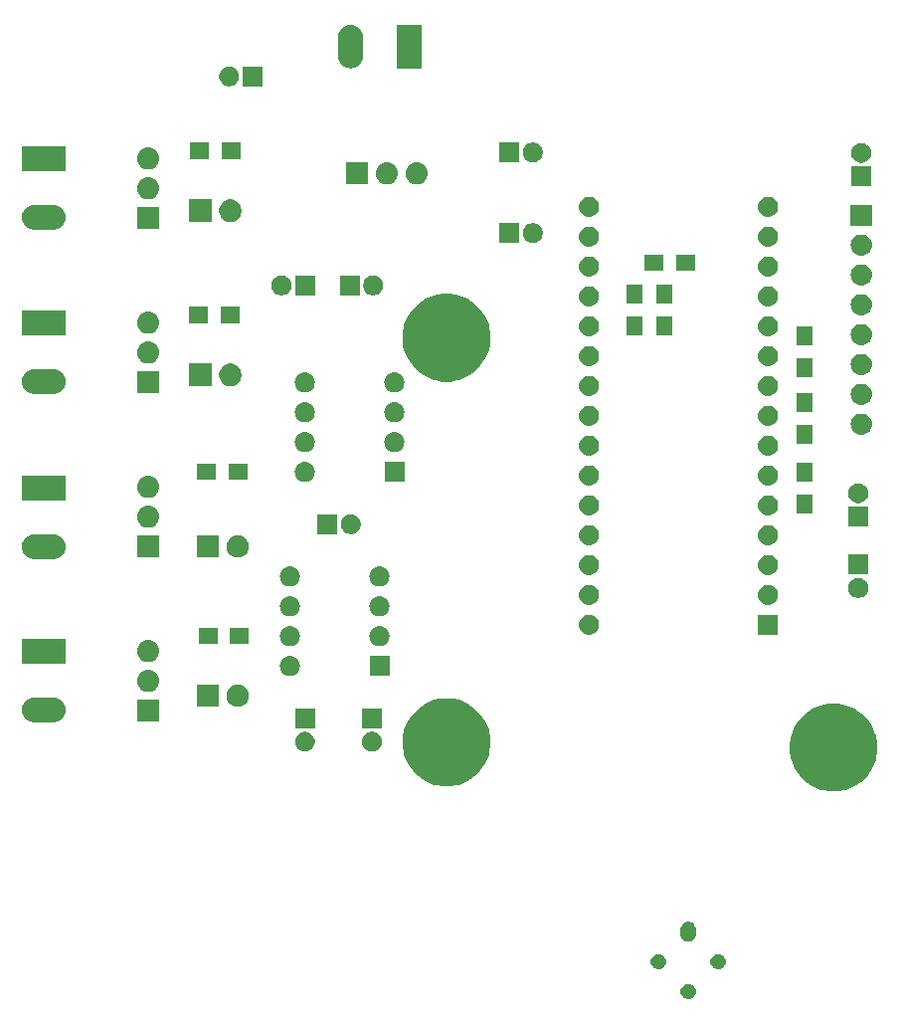
<source format=gbr>
G04 #@! TF.GenerationSoftware,KiCad,Pcbnew,(5.1.2)-1*
G04 #@! TF.CreationDate,2019-09-21T18:25:18-04:00*
G04 #@! TF.ProjectId,VAP_thermal_control,5641505f-7468-4657-926d-616c5f636f6e,rev?*
G04 #@! TF.SameCoordinates,Original*
G04 #@! TF.FileFunction,Soldermask,Top*
G04 #@! TF.FilePolarity,Negative*
%FSLAX46Y46*%
G04 Gerber Fmt 4.6, Leading zero omitted, Abs format (unit mm)*
G04 Created by KiCad (PCBNEW (5.1.2)-1) date 2019-09-21 18:25:18*
%MOMM*%
%LPD*%
G04 APERTURE LIST*
%ADD10C,0.100000*%
G04 APERTURE END LIST*
D10*
G36*
X93027855Y-145148140D02*
G01*
X93091618Y-145154420D01*
X93182404Y-145181960D01*
X93214336Y-145191646D01*
X93327425Y-145252094D01*
X93426554Y-145333446D01*
X93507906Y-145432575D01*
X93568354Y-145545664D01*
X93568355Y-145545668D01*
X93605580Y-145668382D01*
X93618149Y-145796000D01*
X93605580Y-145923618D01*
X93578040Y-146014404D01*
X93568354Y-146046336D01*
X93507906Y-146159425D01*
X93426554Y-146258554D01*
X93327425Y-146339906D01*
X93214336Y-146400354D01*
X93182404Y-146410040D01*
X93091618Y-146437580D01*
X93027855Y-146443860D01*
X92995974Y-146447000D01*
X92932026Y-146447000D01*
X92900145Y-146443860D01*
X92836382Y-146437580D01*
X92745596Y-146410040D01*
X92713664Y-146400354D01*
X92600575Y-146339906D01*
X92501446Y-146258554D01*
X92420094Y-146159425D01*
X92359646Y-146046336D01*
X92349960Y-146014404D01*
X92322420Y-145923618D01*
X92309851Y-145796000D01*
X92322420Y-145668382D01*
X92359645Y-145545668D01*
X92359646Y-145545664D01*
X92420094Y-145432575D01*
X92501446Y-145333446D01*
X92600575Y-145252094D01*
X92713664Y-145191646D01*
X92745596Y-145181960D01*
X92836382Y-145154420D01*
X92900145Y-145148140D01*
X92932026Y-145145000D01*
X92995974Y-145145000D01*
X93027855Y-145148140D01*
X93027855Y-145148140D01*
G37*
G36*
X95567855Y-142608140D02*
G01*
X95631618Y-142614420D01*
X95722404Y-142641960D01*
X95754336Y-142651646D01*
X95867425Y-142712094D01*
X95966554Y-142793446D01*
X96047906Y-142892575D01*
X96108354Y-143005664D01*
X96108355Y-143005668D01*
X96145580Y-143128382D01*
X96158149Y-143256000D01*
X96145580Y-143383618D01*
X96118040Y-143474404D01*
X96108354Y-143506336D01*
X96047906Y-143619425D01*
X95966554Y-143718554D01*
X95867425Y-143799906D01*
X95754336Y-143860354D01*
X95722404Y-143870040D01*
X95631618Y-143897580D01*
X95567855Y-143903860D01*
X95535974Y-143907000D01*
X95472026Y-143907000D01*
X95440145Y-143903860D01*
X95376382Y-143897580D01*
X95285596Y-143870040D01*
X95253664Y-143860354D01*
X95140575Y-143799906D01*
X95041446Y-143718554D01*
X94960094Y-143619425D01*
X94899646Y-143506336D01*
X94889960Y-143474404D01*
X94862420Y-143383618D01*
X94849851Y-143256000D01*
X94862420Y-143128382D01*
X94899645Y-143005668D01*
X94899646Y-143005664D01*
X94960094Y-142892575D01*
X95041446Y-142793446D01*
X95140575Y-142712094D01*
X95253664Y-142651646D01*
X95285596Y-142641960D01*
X95376382Y-142614420D01*
X95440145Y-142608140D01*
X95472026Y-142605000D01*
X95535974Y-142605000D01*
X95567855Y-142608140D01*
X95567855Y-142608140D01*
G37*
G36*
X90487855Y-142608140D02*
G01*
X90551618Y-142614420D01*
X90642404Y-142641960D01*
X90674336Y-142651646D01*
X90787425Y-142712094D01*
X90886554Y-142793446D01*
X90967906Y-142892575D01*
X91028354Y-143005664D01*
X91028355Y-143005668D01*
X91065580Y-143128382D01*
X91078149Y-143256000D01*
X91065580Y-143383618D01*
X91038040Y-143474404D01*
X91028354Y-143506336D01*
X90967906Y-143619425D01*
X90886554Y-143718554D01*
X90787425Y-143799906D01*
X90674336Y-143860354D01*
X90642404Y-143870040D01*
X90551618Y-143897580D01*
X90487855Y-143903860D01*
X90455974Y-143907000D01*
X90392026Y-143907000D01*
X90360145Y-143903860D01*
X90296382Y-143897580D01*
X90205596Y-143870040D01*
X90173664Y-143860354D01*
X90060575Y-143799906D01*
X89961446Y-143718554D01*
X89880094Y-143619425D01*
X89819646Y-143506336D01*
X89809960Y-143474404D01*
X89782420Y-143383618D01*
X89769851Y-143256000D01*
X89782420Y-143128382D01*
X89819645Y-143005668D01*
X89819646Y-143005664D01*
X89880094Y-142892575D01*
X89961446Y-142793446D01*
X90060575Y-142712094D01*
X90173664Y-142651646D01*
X90205596Y-142641960D01*
X90296382Y-142614420D01*
X90360145Y-142608140D01*
X90392026Y-142605000D01*
X90455974Y-142605000D01*
X90487855Y-142608140D01*
X90487855Y-142608140D01*
G37*
G36*
X93091618Y-139874420D02*
G01*
X93182404Y-139901960D01*
X93214336Y-139911646D01*
X93327425Y-139972094D01*
X93426554Y-140053446D01*
X93507906Y-140152575D01*
X93568354Y-140265664D01*
X93568355Y-140265668D01*
X93605580Y-140388382D01*
X93615000Y-140484028D01*
X93615000Y-140947973D01*
X93605580Y-141043618D01*
X93578040Y-141134404D01*
X93568354Y-141166336D01*
X93507906Y-141279425D01*
X93426554Y-141378553D01*
X93327424Y-141459906D01*
X93214335Y-141520354D01*
X93182403Y-141530040D01*
X93091617Y-141557580D01*
X92964000Y-141570149D01*
X92836382Y-141557580D01*
X92745596Y-141530040D01*
X92713664Y-141520354D01*
X92600575Y-141459906D01*
X92501447Y-141378554D01*
X92420094Y-141279424D01*
X92359646Y-141166335D01*
X92349960Y-141134403D01*
X92322420Y-141043617D01*
X92313000Y-140947972D01*
X92313000Y-140484027D01*
X92322420Y-140388382D01*
X92359645Y-140265668D01*
X92359646Y-140265664D01*
X92420094Y-140152575D01*
X92501447Y-140053447D01*
X92600576Y-139972094D01*
X92713665Y-139911646D01*
X92745597Y-139901960D01*
X92836383Y-139874420D01*
X92964000Y-139861851D01*
X93091618Y-139874420D01*
X93091618Y-139874420D01*
G37*
G36*
X106183301Y-121388690D02*
G01*
X106427926Y-121437349D01*
X107110565Y-121720107D01*
X107724923Y-122130608D01*
X108247392Y-122653077D01*
X108657893Y-123267435D01*
X108917418Y-123893985D01*
X108940651Y-123950075D01*
X109084800Y-124674757D01*
X109084800Y-125413643D01*
X108988701Y-125896764D01*
X108940651Y-126138326D01*
X108657893Y-126820965D01*
X108247392Y-127435323D01*
X107724923Y-127957792D01*
X107110565Y-128368293D01*
X106427926Y-128651051D01*
X106186364Y-128699101D01*
X105703243Y-128795200D01*
X104964357Y-128795200D01*
X104481236Y-128699101D01*
X104239674Y-128651051D01*
X103557035Y-128368293D01*
X102942677Y-127957792D01*
X102420208Y-127435323D01*
X102009707Y-126820965D01*
X101726949Y-126138326D01*
X101678899Y-125896764D01*
X101582800Y-125413643D01*
X101582800Y-124674757D01*
X101726949Y-123950075D01*
X101750182Y-123893985D01*
X102009707Y-123267435D01*
X102420208Y-122653077D01*
X102942677Y-122130608D01*
X103557035Y-121720107D01*
X104239674Y-121437349D01*
X104484299Y-121388690D01*
X104964357Y-121293200D01*
X105703243Y-121293200D01*
X106183301Y-121388690D01*
X106183301Y-121388690D01*
G37*
G36*
X73091220Y-120927395D02*
G01*
X73484126Y-121005549D01*
X74166765Y-121288307D01*
X74781123Y-121698808D01*
X75303592Y-122221277D01*
X75714093Y-122835635D01*
X75996851Y-123518274D01*
X75996851Y-123518275D01*
X76141000Y-124242957D01*
X76141000Y-124981843D01*
X76056629Y-125406000D01*
X75996851Y-125706526D01*
X75714093Y-126389165D01*
X75303592Y-127003523D01*
X74781123Y-127525992D01*
X74166765Y-127936493D01*
X73484126Y-128219251D01*
X73242564Y-128267301D01*
X72759443Y-128363400D01*
X72020557Y-128363400D01*
X71537436Y-128267301D01*
X71295874Y-128219251D01*
X70613235Y-127936493D01*
X69998877Y-127525992D01*
X69476408Y-127003523D01*
X69065907Y-126389165D01*
X68783149Y-125706526D01*
X68723371Y-125406000D01*
X68639000Y-124981843D01*
X68639000Y-124242957D01*
X68783149Y-123518275D01*
X68783149Y-123518274D01*
X69065907Y-122835635D01*
X69476408Y-122221277D01*
X69998877Y-121698808D01*
X70613235Y-121288307D01*
X71295874Y-121005549D01*
X71688780Y-120927395D01*
X72020557Y-120861400D01*
X72759443Y-120861400D01*
X73091220Y-120927395D01*
X73091220Y-120927395D01*
G37*
G36*
X66288228Y-123736703D02*
G01*
X66443100Y-123800853D01*
X66582481Y-123893985D01*
X66701015Y-124012519D01*
X66794147Y-124151900D01*
X66858297Y-124306772D01*
X66891000Y-124471184D01*
X66891000Y-124638816D01*
X66858297Y-124803228D01*
X66794147Y-124958100D01*
X66701015Y-125097481D01*
X66582481Y-125216015D01*
X66443100Y-125309147D01*
X66288228Y-125373297D01*
X66123816Y-125406000D01*
X65956184Y-125406000D01*
X65791772Y-125373297D01*
X65636900Y-125309147D01*
X65497519Y-125216015D01*
X65378985Y-125097481D01*
X65285853Y-124958100D01*
X65221703Y-124803228D01*
X65189000Y-124638816D01*
X65189000Y-124471184D01*
X65221703Y-124306772D01*
X65285853Y-124151900D01*
X65378985Y-124012519D01*
X65497519Y-123893985D01*
X65636900Y-123800853D01*
X65791772Y-123736703D01*
X65956184Y-123704000D01*
X66123816Y-123704000D01*
X66288228Y-123736703D01*
X66288228Y-123736703D01*
G37*
G36*
X60573228Y-123736703D02*
G01*
X60728100Y-123800853D01*
X60867481Y-123893985D01*
X60986015Y-124012519D01*
X61079147Y-124151900D01*
X61143297Y-124306772D01*
X61176000Y-124471184D01*
X61176000Y-124638816D01*
X61143297Y-124803228D01*
X61079147Y-124958100D01*
X60986015Y-125097481D01*
X60867481Y-125216015D01*
X60728100Y-125309147D01*
X60573228Y-125373297D01*
X60408816Y-125406000D01*
X60241184Y-125406000D01*
X60076772Y-125373297D01*
X59921900Y-125309147D01*
X59782519Y-125216015D01*
X59663985Y-125097481D01*
X59570853Y-124958100D01*
X59506703Y-124803228D01*
X59474000Y-124638816D01*
X59474000Y-124471184D01*
X59506703Y-124306772D01*
X59570853Y-124151900D01*
X59663985Y-124012519D01*
X59782519Y-123893985D01*
X59921900Y-123800853D01*
X60076772Y-123736703D01*
X60241184Y-123704000D01*
X60408816Y-123704000D01*
X60573228Y-123736703D01*
X60573228Y-123736703D01*
G37*
G36*
X61176000Y-123406000D02*
G01*
X59474000Y-123406000D01*
X59474000Y-121704000D01*
X61176000Y-121704000D01*
X61176000Y-123406000D01*
X61176000Y-123406000D01*
G37*
G36*
X66891000Y-123406000D02*
G01*
X65189000Y-123406000D01*
X65189000Y-121704000D01*
X66891000Y-121704000D01*
X66891000Y-123406000D01*
X66891000Y-123406000D01*
G37*
G36*
X39003097Y-120794069D02*
G01*
X39106032Y-120804207D01*
X39304146Y-120864305D01*
X39304149Y-120864306D01*
X39400975Y-120916061D01*
X39486729Y-120961897D01*
X39646765Y-121093235D01*
X39778103Y-121253271D01*
X39796830Y-121288307D01*
X39875694Y-121435851D01*
X39875695Y-121435854D01*
X39935793Y-121633968D01*
X39956085Y-121840000D01*
X39935793Y-122046032D01*
X39882632Y-122221277D01*
X39875694Y-122244149D01*
X39823939Y-122340975D01*
X39778103Y-122426729D01*
X39646765Y-122586765D01*
X39486729Y-122718103D01*
X39400975Y-122763939D01*
X39304149Y-122815694D01*
X39304146Y-122815695D01*
X39106032Y-122875793D01*
X39003097Y-122885931D01*
X38951631Y-122891000D01*
X37248369Y-122891000D01*
X37196903Y-122885931D01*
X37093968Y-122875793D01*
X36895854Y-122815695D01*
X36895851Y-122815694D01*
X36799025Y-122763939D01*
X36713271Y-122718103D01*
X36553235Y-122586765D01*
X36421897Y-122426729D01*
X36376061Y-122340975D01*
X36324306Y-122244149D01*
X36317368Y-122221277D01*
X36264207Y-122046032D01*
X36243915Y-121840000D01*
X36264207Y-121633968D01*
X36324305Y-121435854D01*
X36324306Y-121435851D01*
X36403170Y-121288307D01*
X36421897Y-121253271D01*
X36553235Y-121093235D01*
X36713271Y-120961897D01*
X36799025Y-120916061D01*
X36895851Y-120864306D01*
X36895854Y-120864305D01*
X37093968Y-120804207D01*
X37196903Y-120794069D01*
X37248369Y-120789000D01*
X38951631Y-120789000D01*
X39003097Y-120794069D01*
X39003097Y-120794069D01*
G37*
G36*
X47941000Y-122871000D02*
G01*
X46039000Y-122871000D01*
X46039000Y-120969000D01*
X47941000Y-120969000D01*
X47941000Y-122871000D01*
X47941000Y-122871000D01*
G37*
G36*
X54887395Y-119735546D02*
G01*
X55060466Y-119807234D01*
X55060467Y-119807235D01*
X55216227Y-119911310D01*
X55348690Y-120043773D01*
X55348691Y-120043775D01*
X55452766Y-120199534D01*
X55524454Y-120372605D01*
X55561000Y-120556333D01*
X55561000Y-120743667D01*
X55524454Y-120927395D01*
X55452766Y-121100466D01*
X55452765Y-121100467D01*
X55348690Y-121256227D01*
X55216227Y-121388690D01*
X55145645Y-121435851D01*
X55060466Y-121492766D01*
X54887395Y-121564454D01*
X54703667Y-121601000D01*
X54516333Y-121601000D01*
X54332605Y-121564454D01*
X54159534Y-121492766D01*
X54074355Y-121435851D01*
X54003773Y-121388690D01*
X53871310Y-121256227D01*
X53767235Y-121100467D01*
X53767234Y-121100466D01*
X53695546Y-120927395D01*
X53659000Y-120743667D01*
X53659000Y-120556333D01*
X53695546Y-120372605D01*
X53767234Y-120199534D01*
X53871309Y-120043775D01*
X53871310Y-120043773D01*
X54003773Y-119911310D01*
X54159533Y-119807235D01*
X54159534Y-119807234D01*
X54332605Y-119735546D01*
X54516333Y-119699000D01*
X54703667Y-119699000D01*
X54887395Y-119735546D01*
X54887395Y-119735546D01*
G37*
G36*
X53021000Y-121601000D02*
G01*
X51119000Y-121601000D01*
X51119000Y-119699000D01*
X53021000Y-119699000D01*
X53021000Y-121601000D01*
X53021000Y-121601000D01*
G37*
G36*
X47176425Y-118442760D02*
G01*
X47176428Y-118442761D01*
X47176429Y-118442761D01*
X47355693Y-118497140D01*
X47355696Y-118497142D01*
X47355697Y-118497142D01*
X47520903Y-118585446D01*
X47665712Y-118704288D01*
X47784554Y-118849097D01*
X47844367Y-118961000D01*
X47872860Y-119014307D01*
X47927239Y-119193571D01*
X47927240Y-119193575D01*
X47945601Y-119380000D01*
X47927240Y-119566425D01*
X47927239Y-119566428D01*
X47927239Y-119566429D01*
X47872860Y-119745693D01*
X47872858Y-119745696D01*
X47872858Y-119745697D01*
X47784554Y-119910903D01*
X47665712Y-120055712D01*
X47520903Y-120174554D01*
X47355697Y-120262858D01*
X47355693Y-120262860D01*
X47176429Y-120317239D01*
X47176428Y-120317239D01*
X47176425Y-120317240D01*
X47036718Y-120331000D01*
X46943282Y-120331000D01*
X46803575Y-120317240D01*
X46803572Y-120317239D01*
X46803571Y-120317239D01*
X46624307Y-120262860D01*
X46624303Y-120262858D01*
X46459097Y-120174554D01*
X46314288Y-120055712D01*
X46195446Y-119910903D01*
X46107142Y-119745697D01*
X46107142Y-119745696D01*
X46107140Y-119745693D01*
X46052761Y-119566429D01*
X46052761Y-119566428D01*
X46052760Y-119566425D01*
X46034399Y-119380000D01*
X46052760Y-119193575D01*
X46052761Y-119193571D01*
X46107140Y-119014307D01*
X46135633Y-118961000D01*
X46195446Y-118849097D01*
X46314288Y-118704288D01*
X46459097Y-118585446D01*
X46624303Y-118497142D01*
X46624304Y-118497142D01*
X46624307Y-118497140D01*
X46803571Y-118442761D01*
X46803572Y-118442761D01*
X46803575Y-118442760D01*
X46943282Y-118429000D01*
X47036718Y-118429000D01*
X47176425Y-118442760D01*
X47176425Y-118442760D01*
G37*
G36*
X59221823Y-117271313D02*
G01*
X59382242Y-117319976D01*
X59514906Y-117390886D01*
X59530078Y-117398996D01*
X59659659Y-117505341D01*
X59766004Y-117634922D01*
X59766005Y-117634924D01*
X59845024Y-117782758D01*
X59893687Y-117943177D01*
X59910117Y-118110000D01*
X59893687Y-118276823D01*
X59845024Y-118437242D01*
X59774114Y-118569906D01*
X59766004Y-118585078D01*
X59659659Y-118714659D01*
X59530078Y-118821004D01*
X59530076Y-118821005D01*
X59382242Y-118900024D01*
X59221823Y-118948687D01*
X59096804Y-118961000D01*
X59013196Y-118961000D01*
X58888177Y-118948687D01*
X58727758Y-118900024D01*
X58579924Y-118821005D01*
X58579922Y-118821004D01*
X58450341Y-118714659D01*
X58343996Y-118585078D01*
X58335886Y-118569906D01*
X58264976Y-118437242D01*
X58216313Y-118276823D01*
X58199883Y-118110000D01*
X58216313Y-117943177D01*
X58264976Y-117782758D01*
X58343995Y-117634924D01*
X58343996Y-117634922D01*
X58450341Y-117505341D01*
X58579922Y-117398996D01*
X58595094Y-117390886D01*
X58727758Y-117319976D01*
X58888177Y-117271313D01*
X59013196Y-117259000D01*
X59096804Y-117259000D01*
X59221823Y-117271313D01*
X59221823Y-117271313D01*
G37*
G36*
X67526000Y-118961000D02*
G01*
X65824000Y-118961000D01*
X65824000Y-117259000D01*
X67526000Y-117259000D01*
X67526000Y-118961000D01*
X67526000Y-118961000D01*
G37*
G36*
X39951000Y-117891000D02*
G01*
X36249000Y-117891000D01*
X36249000Y-115789000D01*
X39951000Y-115789000D01*
X39951000Y-117891000D01*
X39951000Y-117891000D01*
G37*
G36*
X47176425Y-115902760D02*
G01*
X47176428Y-115902761D01*
X47176429Y-115902761D01*
X47355693Y-115957140D01*
X47355696Y-115957142D01*
X47355697Y-115957142D01*
X47520903Y-116045446D01*
X47665712Y-116164288D01*
X47784554Y-116309097D01*
X47844367Y-116421000D01*
X47872860Y-116474307D01*
X47927239Y-116653571D01*
X47927240Y-116653575D01*
X47945601Y-116840000D01*
X47927240Y-117026425D01*
X47927239Y-117026428D01*
X47927239Y-117026429D01*
X47872860Y-117205693D01*
X47872858Y-117205696D01*
X47872858Y-117205697D01*
X47784554Y-117370903D01*
X47665712Y-117515712D01*
X47520903Y-117634554D01*
X47355697Y-117722858D01*
X47355693Y-117722860D01*
X47176429Y-117777239D01*
X47176428Y-117777239D01*
X47176425Y-117777240D01*
X47036718Y-117791000D01*
X46943282Y-117791000D01*
X46803575Y-117777240D01*
X46803572Y-117777239D01*
X46803571Y-117777239D01*
X46624307Y-117722860D01*
X46624303Y-117722858D01*
X46459097Y-117634554D01*
X46314288Y-117515712D01*
X46195446Y-117370903D01*
X46107142Y-117205697D01*
X46107142Y-117205696D01*
X46107140Y-117205693D01*
X46052761Y-117026429D01*
X46052761Y-117026428D01*
X46052760Y-117026425D01*
X46034399Y-116840000D01*
X46052760Y-116653575D01*
X46052761Y-116653571D01*
X46107140Y-116474307D01*
X46135633Y-116421000D01*
X46195446Y-116309097D01*
X46314288Y-116164288D01*
X46459097Y-116045446D01*
X46624303Y-115957142D01*
X46624304Y-115957142D01*
X46624307Y-115957140D01*
X46803571Y-115902761D01*
X46803572Y-115902761D01*
X46803575Y-115902760D01*
X46943282Y-115889000D01*
X47036718Y-115889000D01*
X47176425Y-115902760D01*
X47176425Y-115902760D01*
G37*
G36*
X59221823Y-114731313D02*
G01*
X59382242Y-114779976D01*
X59514906Y-114850886D01*
X59530078Y-114858996D01*
X59659659Y-114965341D01*
X59766004Y-115094922D01*
X59766005Y-115094924D01*
X59845024Y-115242758D01*
X59893687Y-115403177D01*
X59910117Y-115570000D01*
X59893687Y-115736823D01*
X59845024Y-115897242D01*
X59774114Y-116029906D01*
X59766004Y-116045078D01*
X59659659Y-116174659D01*
X59530078Y-116281004D01*
X59530076Y-116281005D01*
X59382242Y-116360024D01*
X59221823Y-116408687D01*
X59096804Y-116421000D01*
X59013196Y-116421000D01*
X58888177Y-116408687D01*
X58727758Y-116360024D01*
X58579924Y-116281005D01*
X58579922Y-116281004D01*
X58450341Y-116174659D01*
X58343996Y-116045078D01*
X58335886Y-116029906D01*
X58264976Y-115897242D01*
X58216313Y-115736823D01*
X58199883Y-115570000D01*
X58216313Y-115403177D01*
X58264976Y-115242758D01*
X58343995Y-115094924D01*
X58343996Y-115094922D01*
X58450341Y-114965341D01*
X58579922Y-114858996D01*
X58595094Y-114850886D01*
X58727758Y-114779976D01*
X58888177Y-114731313D01*
X59013196Y-114719000D01*
X59096804Y-114719000D01*
X59221823Y-114731313D01*
X59221823Y-114731313D01*
G37*
G36*
X66841823Y-114731313D02*
G01*
X67002242Y-114779976D01*
X67134906Y-114850886D01*
X67150078Y-114858996D01*
X67279659Y-114965341D01*
X67386004Y-115094922D01*
X67386005Y-115094924D01*
X67465024Y-115242758D01*
X67513687Y-115403177D01*
X67530117Y-115570000D01*
X67513687Y-115736823D01*
X67465024Y-115897242D01*
X67394114Y-116029906D01*
X67386004Y-116045078D01*
X67279659Y-116174659D01*
X67150078Y-116281004D01*
X67150076Y-116281005D01*
X67002242Y-116360024D01*
X66841823Y-116408687D01*
X66716804Y-116421000D01*
X66633196Y-116421000D01*
X66508177Y-116408687D01*
X66347758Y-116360024D01*
X66199924Y-116281005D01*
X66199922Y-116281004D01*
X66070341Y-116174659D01*
X65963996Y-116045078D01*
X65955886Y-116029906D01*
X65884976Y-115897242D01*
X65836313Y-115736823D01*
X65819883Y-115570000D01*
X65836313Y-115403177D01*
X65884976Y-115242758D01*
X65963995Y-115094924D01*
X65963996Y-115094922D01*
X66070341Y-114965341D01*
X66199922Y-114858996D01*
X66215094Y-114850886D01*
X66347758Y-114779976D01*
X66508177Y-114731313D01*
X66633196Y-114719000D01*
X66716804Y-114719000D01*
X66841823Y-114731313D01*
X66841823Y-114731313D01*
G37*
G36*
X52871000Y-116271000D02*
G01*
X51269000Y-116271000D01*
X51269000Y-114869000D01*
X52871000Y-114869000D01*
X52871000Y-116271000D01*
X52871000Y-116271000D01*
G37*
G36*
X55571000Y-116271000D02*
G01*
X53969000Y-116271000D01*
X53969000Y-114869000D01*
X55571000Y-114869000D01*
X55571000Y-116271000D01*
X55571000Y-116271000D01*
G37*
G36*
X84677703Y-113766113D02*
G01*
X84838122Y-113814776D01*
X84938980Y-113868686D01*
X84985958Y-113893796D01*
X85115539Y-114000141D01*
X85221884Y-114129722D01*
X85221885Y-114129724D01*
X85300904Y-114277558D01*
X85349567Y-114437977D01*
X85365997Y-114604800D01*
X85349567Y-114771623D01*
X85300904Y-114932042D01*
X85283105Y-114965341D01*
X85221884Y-115079878D01*
X85115539Y-115209459D01*
X84985958Y-115315804D01*
X84985956Y-115315805D01*
X84838122Y-115394824D01*
X84677703Y-115443487D01*
X84552684Y-115455800D01*
X84469076Y-115455800D01*
X84344057Y-115443487D01*
X84183638Y-115394824D01*
X84035804Y-115315805D01*
X84035802Y-115315804D01*
X83906221Y-115209459D01*
X83799876Y-115079878D01*
X83738655Y-114965341D01*
X83720856Y-114932042D01*
X83672193Y-114771623D01*
X83655763Y-114604800D01*
X83672193Y-114437977D01*
X83720856Y-114277558D01*
X83799875Y-114129724D01*
X83799876Y-114129722D01*
X83906221Y-114000141D01*
X84035802Y-113893796D01*
X84082780Y-113868686D01*
X84183638Y-113814776D01*
X84344057Y-113766113D01*
X84469076Y-113753800D01*
X84552684Y-113753800D01*
X84677703Y-113766113D01*
X84677703Y-113766113D01*
G37*
G36*
X100601880Y-115455800D02*
G01*
X98899880Y-115455800D01*
X98899880Y-113753800D01*
X100601880Y-113753800D01*
X100601880Y-115455800D01*
X100601880Y-115455800D01*
G37*
G36*
X59221823Y-112191313D02*
G01*
X59382242Y-112239976D01*
X59514906Y-112310886D01*
X59530078Y-112318996D01*
X59659659Y-112425341D01*
X59766004Y-112554922D01*
X59766005Y-112554924D01*
X59845024Y-112702758D01*
X59893687Y-112863177D01*
X59910117Y-113030000D01*
X59893687Y-113196823D01*
X59845024Y-113357242D01*
X59774114Y-113489906D01*
X59766004Y-113505078D01*
X59659659Y-113634659D01*
X59530078Y-113741004D01*
X59530076Y-113741005D01*
X59382242Y-113820024D01*
X59221823Y-113868687D01*
X59096804Y-113881000D01*
X59013196Y-113881000D01*
X58888177Y-113868687D01*
X58727758Y-113820024D01*
X58579924Y-113741005D01*
X58579922Y-113741004D01*
X58450341Y-113634659D01*
X58343996Y-113505078D01*
X58335886Y-113489906D01*
X58264976Y-113357242D01*
X58216313Y-113196823D01*
X58199883Y-113030000D01*
X58216313Y-112863177D01*
X58264976Y-112702758D01*
X58343995Y-112554924D01*
X58343996Y-112554922D01*
X58450341Y-112425341D01*
X58579922Y-112318996D01*
X58595094Y-112310886D01*
X58727758Y-112239976D01*
X58888177Y-112191313D01*
X59013196Y-112179000D01*
X59096804Y-112179000D01*
X59221823Y-112191313D01*
X59221823Y-112191313D01*
G37*
G36*
X66841823Y-112191313D02*
G01*
X67002242Y-112239976D01*
X67134906Y-112310886D01*
X67150078Y-112318996D01*
X67279659Y-112425341D01*
X67386004Y-112554922D01*
X67386005Y-112554924D01*
X67465024Y-112702758D01*
X67513687Y-112863177D01*
X67530117Y-113030000D01*
X67513687Y-113196823D01*
X67465024Y-113357242D01*
X67394114Y-113489906D01*
X67386004Y-113505078D01*
X67279659Y-113634659D01*
X67150078Y-113741004D01*
X67150076Y-113741005D01*
X67002242Y-113820024D01*
X66841823Y-113868687D01*
X66716804Y-113881000D01*
X66633196Y-113881000D01*
X66508177Y-113868687D01*
X66347758Y-113820024D01*
X66199924Y-113741005D01*
X66199922Y-113741004D01*
X66070341Y-113634659D01*
X65963996Y-113505078D01*
X65955886Y-113489906D01*
X65884976Y-113357242D01*
X65836313Y-113196823D01*
X65819883Y-113030000D01*
X65836313Y-112863177D01*
X65884976Y-112702758D01*
X65963995Y-112554924D01*
X65963996Y-112554922D01*
X66070341Y-112425341D01*
X66199922Y-112318996D01*
X66215094Y-112310886D01*
X66347758Y-112239976D01*
X66508177Y-112191313D01*
X66633196Y-112179000D01*
X66716804Y-112179000D01*
X66841823Y-112191313D01*
X66841823Y-112191313D01*
G37*
G36*
X84677703Y-111226113D02*
G01*
X84838122Y-111274776D01*
X84938980Y-111328686D01*
X84985958Y-111353796D01*
X85115539Y-111460141D01*
X85221884Y-111589722D01*
X85221885Y-111589724D01*
X85300904Y-111737558D01*
X85349567Y-111897977D01*
X85365997Y-112064800D01*
X85349567Y-112231623D01*
X85300904Y-112392042D01*
X85283105Y-112425341D01*
X85221884Y-112539878D01*
X85115539Y-112669459D01*
X84985958Y-112775804D01*
X84985956Y-112775805D01*
X84838122Y-112854824D01*
X84677703Y-112903487D01*
X84552684Y-112915800D01*
X84469076Y-112915800D01*
X84344057Y-112903487D01*
X84183638Y-112854824D01*
X84035804Y-112775805D01*
X84035802Y-112775804D01*
X83906221Y-112669459D01*
X83799876Y-112539878D01*
X83738655Y-112425341D01*
X83720856Y-112392042D01*
X83672193Y-112231623D01*
X83655763Y-112064800D01*
X83672193Y-111897977D01*
X83720856Y-111737558D01*
X83799875Y-111589724D01*
X83799876Y-111589722D01*
X83906221Y-111460141D01*
X84035802Y-111353796D01*
X84082780Y-111328686D01*
X84183638Y-111274776D01*
X84344057Y-111226113D01*
X84469076Y-111213800D01*
X84552684Y-111213800D01*
X84677703Y-111226113D01*
X84677703Y-111226113D01*
G37*
G36*
X99917703Y-111226113D02*
G01*
X100078122Y-111274776D01*
X100178980Y-111328686D01*
X100225958Y-111353796D01*
X100355539Y-111460141D01*
X100461884Y-111589722D01*
X100461885Y-111589724D01*
X100540904Y-111737558D01*
X100589567Y-111897977D01*
X100605997Y-112064800D01*
X100589567Y-112231623D01*
X100540904Y-112392042D01*
X100523105Y-112425341D01*
X100461884Y-112539878D01*
X100355539Y-112669459D01*
X100225958Y-112775804D01*
X100225956Y-112775805D01*
X100078122Y-112854824D01*
X99917703Y-112903487D01*
X99792684Y-112915800D01*
X99709076Y-112915800D01*
X99584057Y-112903487D01*
X99423638Y-112854824D01*
X99275804Y-112775805D01*
X99275802Y-112775804D01*
X99146221Y-112669459D01*
X99039876Y-112539878D01*
X98978655Y-112425341D01*
X98960856Y-112392042D01*
X98912193Y-112231623D01*
X98895763Y-112064800D01*
X98912193Y-111897977D01*
X98960856Y-111737558D01*
X99039875Y-111589724D01*
X99039876Y-111589722D01*
X99146221Y-111460141D01*
X99275802Y-111353796D01*
X99322780Y-111328686D01*
X99423638Y-111274776D01*
X99584057Y-111226113D01*
X99709076Y-111213800D01*
X99792684Y-111213800D01*
X99917703Y-111226113D01*
X99917703Y-111226113D01*
G37*
G36*
X107690228Y-110655703D02*
G01*
X107845100Y-110719853D01*
X107984481Y-110812985D01*
X108103015Y-110931519D01*
X108196147Y-111070900D01*
X108260297Y-111225772D01*
X108293000Y-111390184D01*
X108293000Y-111557816D01*
X108260297Y-111722228D01*
X108196147Y-111877100D01*
X108103015Y-112016481D01*
X107984481Y-112135015D01*
X107845100Y-112228147D01*
X107690228Y-112292297D01*
X107525816Y-112325000D01*
X107358184Y-112325000D01*
X107193772Y-112292297D01*
X107038900Y-112228147D01*
X106899519Y-112135015D01*
X106780985Y-112016481D01*
X106687853Y-111877100D01*
X106623703Y-111722228D01*
X106591000Y-111557816D01*
X106591000Y-111390184D01*
X106623703Y-111225772D01*
X106687853Y-111070900D01*
X106780985Y-110931519D01*
X106899519Y-110812985D01*
X107038900Y-110719853D01*
X107193772Y-110655703D01*
X107358184Y-110623000D01*
X107525816Y-110623000D01*
X107690228Y-110655703D01*
X107690228Y-110655703D01*
G37*
G36*
X59221823Y-109651313D02*
G01*
X59382242Y-109699976D01*
X59514906Y-109770886D01*
X59530078Y-109778996D01*
X59659659Y-109885341D01*
X59766004Y-110014922D01*
X59766005Y-110014924D01*
X59845024Y-110162758D01*
X59893687Y-110323177D01*
X59910117Y-110490000D01*
X59893687Y-110656823D01*
X59845024Y-110817242D01*
X59783942Y-110931519D01*
X59766004Y-110965078D01*
X59659659Y-111094659D01*
X59530078Y-111201004D01*
X59530076Y-111201005D01*
X59382242Y-111280024D01*
X59221823Y-111328687D01*
X59096804Y-111341000D01*
X59013196Y-111341000D01*
X58888177Y-111328687D01*
X58727758Y-111280024D01*
X58579924Y-111201005D01*
X58579922Y-111201004D01*
X58450341Y-111094659D01*
X58343996Y-110965078D01*
X58326058Y-110931519D01*
X58264976Y-110817242D01*
X58216313Y-110656823D01*
X58199883Y-110490000D01*
X58216313Y-110323177D01*
X58264976Y-110162758D01*
X58343995Y-110014924D01*
X58343996Y-110014922D01*
X58450341Y-109885341D01*
X58579922Y-109778996D01*
X58595094Y-109770886D01*
X58727758Y-109699976D01*
X58888177Y-109651313D01*
X59013196Y-109639000D01*
X59096804Y-109639000D01*
X59221823Y-109651313D01*
X59221823Y-109651313D01*
G37*
G36*
X66841823Y-109651313D02*
G01*
X67002242Y-109699976D01*
X67134906Y-109770886D01*
X67150078Y-109778996D01*
X67279659Y-109885341D01*
X67386004Y-110014922D01*
X67386005Y-110014924D01*
X67465024Y-110162758D01*
X67513687Y-110323177D01*
X67530117Y-110490000D01*
X67513687Y-110656823D01*
X67465024Y-110817242D01*
X67403942Y-110931519D01*
X67386004Y-110965078D01*
X67279659Y-111094659D01*
X67150078Y-111201004D01*
X67150076Y-111201005D01*
X67002242Y-111280024D01*
X66841823Y-111328687D01*
X66716804Y-111341000D01*
X66633196Y-111341000D01*
X66508177Y-111328687D01*
X66347758Y-111280024D01*
X66199924Y-111201005D01*
X66199922Y-111201004D01*
X66070341Y-111094659D01*
X65963996Y-110965078D01*
X65946058Y-110931519D01*
X65884976Y-110817242D01*
X65836313Y-110656823D01*
X65819883Y-110490000D01*
X65836313Y-110323177D01*
X65884976Y-110162758D01*
X65963995Y-110014924D01*
X65963996Y-110014922D01*
X66070341Y-109885341D01*
X66199922Y-109778996D01*
X66215094Y-109770886D01*
X66347758Y-109699976D01*
X66508177Y-109651313D01*
X66633196Y-109639000D01*
X66716804Y-109639000D01*
X66841823Y-109651313D01*
X66841823Y-109651313D01*
G37*
G36*
X99917703Y-108686113D02*
G01*
X100078122Y-108734776D01*
X100210786Y-108805686D01*
X100225958Y-108813796D01*
X100355539Y-108920141D01*
X100461884Y-109049722D01*
X100461885Y-109049724D01*
X100540904Y-109197558D01*
X100589567Y-109357977D01*
X100605997Y-109524800D01*
X100589567Y-109691623D01*
X100540904Y-109852042D01*
X100523105Y-109885341D01*
X100461884Y-109999878D01*
X100355539Y-110129459D01*
X100225958Y-110235804D01*
X100225956Y-110235805D01*
X100078122Y-110314824D01*
X99917703Y-110363487D01*
X99792684Y-110375800D01*
X99709076Y-110375800D01*
X99584057Y-110363487D01*
X99423638Y-110314824D01*
X99275804Y-110235805D01*
X99275802Y-110235804D01*
X99146221Y-110129459D01*
X99039876Y-109999878D01*
X98978655Y-109885341D01*
X98960856Y-109852042D01*
X98912193Y-109691623D01*
X98895763Y-109524800D01*
X98912193Y-109357977D01*
X98960856Y-109197558D01*
X99039875Y-109049724D01*
X99039876Y-109049722D01*
X99146221Y-108920141D01*
X99275802Y-108813796D01*
X99290974Y-108805686D01*
X99423638Y-108734776D01*
X99584057Y-108686113D01*
X99709076Y-108673800D01*
X99792684Y-108673800D01*
X99917703Y-108686113D01*
X99917703Y-108686113D01*
G37*
G36*
X84677703Y-108686113D02*
G01*
X84838122Y-108734776D01*
X84970786Y-108805686D01*
X84985958Y-108813796D01*
X85115539Y-108920141D01*
X85221884Y-109049722D01*
X85221885Y-109049724D01*
X85300904Y-109197558D01*
X85349567Y-109357977D01*
X85365997Y-109524800D01*
X85349567Y-109691623D01*
X85300904Y-109852042D01*
X85283105Y-109885341D01*
X85221884Y-109999878D01*
X85115539Y-110129459D01*
X84985958Y-110235804D01*
X84985956Y-110235805D01*
X84838122Y-110314824D01*
X84677703Y-110363487D01*
X84552684Y-110375800D01*
X84469076Y-110375800D01*
X84344057Y-110363487D01*
X84183638Y-110314824D01*
X84035804Y-110235805D01*
X84035802Y-110235804D01*
X83906221Y-110129459D01*
X83799876Y-109999878D01*
X83738655Y-109885341D01*
X83720856Y-109852042D01*
X83672193Y-109691623D01*
X83655763Y-109524800D01*
X83672193Y-109357977D01*
X83720856Y-109197558D01*
X83799875Y-109049724D01*
X83799876Y-109049722D01*
X83906221Y-108920141D01*
X84035802Y-108813796D01*
X84050974Y-108805686D01*
X84183638Y-108734776D01*
X84344057Y-108686113D01*
X84469076Y-108673800D01*
X84552684Y-108673800D01*
X84677703Y-108686113D01*
X84677703Y-108686113D01*
G37*
G36*
X108293000Y-110325000D02*
G01*
X106591000Y-110325000D01*
X106591000Y-108623000D01*
X108293000Y-108623000D01*
X108293000Y-110325000D01*
X108293000Y-110325000D01*
G37*
G36*
X39003097Y-106904069D02*
G01*
X39106032Y-106914207D01*
X39304146Y-106974305D01*
X39304149Y-106974306D01*
X39400975Y-107026061D01*
X39486729Y-107071897D01*
X39646765Y-107203235D01*
X39778103Y-107363271D01*
X39823939Y-107449025D01*
X39875694Y-107545851D01*
X39875695Y-107545854D01*
X39935793Y-107743968D01*
X39956085Y-107950000D01*
X39935793Y-108156032D01*
X39875695Y-108354146D01*
X39875694Y-108354149D01*
X39850937Y-108400466D01*
X39778103Y-108536729D01*
X39646765Y-108696765D01*
X39486729Y-108828103D01*
X39400975Y-108873939D01*
X39304149Y-108925694D01*
X39304146Y-108925695D01*
X39106032Y-108985793D01*
X39003097Y-108995931D01*
X38951631Y-109001000D01*
X37248369Y-109001000D01*
X37196903Y-108995931D01*
X37093968Y-108985793D01*
X36895854Y-108925695D01*
X36895851Y-108925694D01*
X36799025Y-108873939D01*
X36713271Y-108828103D01*
X36553235Y-108696765D01*
X36421897Y-108536729D01*
X36349063Y-108400466D01*
X36324306Y-108354149D01*
X36324305Y-108354146D01*
X36264207Y-108156032D01*
X36243915Y-107950000D01*
X36264207Y-107743968D01*
X36324305Y-107545854D01*
X36324306Y-107545851D01*
X36376061Y-107449025D01*
X36421897Y-107363271D01*
X36553235Y-107203235D01*
X36713271Y-107071897D01*
X36799025Y-107026061D01*
X36895851Y-106974306D01*
X36895854Y-106974305D01*
X37093968Y-106914207D01*
X37196903Y-106904069D01*
X37248369Y-106899000D01*
X38951631Y-106899000D01*
X39003097Y-106904069D01*
X39003097Y-106904069D01*
G37*
G36*
X54887395Y-107035546D02*
G01*
X55060466Y-107107234D01*
X55060467Y-107107235D01*
X55216227Y-107211310D01*
X55348690Y-107343773D01*
X55401081Y-107422182D01*
X55452766Y-107499534D01*
X55524454Y-107672605D01*
X55561000Y-107856333D01*
X55561000Y-108043667D01*
X55524454Y-108227395D01*
X55452766Y-108400466D01*
X55452765Y-108400467D01*
X55348690Y-108556227D01*
X55216227Y-108688690D01*
X55147256Y-108734775D01*
X55060466Y-108792766D01*
X54887395Y-108864454D01*
X54703667Y-108901000D01*
X54516333Y-108901000D01*
X54332605Y-108864454D01*
X54159534Y-108792766D01*
X54072744Y-108734775D01*
X54003773Y-108688690D01*
X53871310Y-108556227D01*
X53767235Y-108400467D01*
X53767234Y-108400466D01*
X53695546Y-108227395D01*
X53659000Y-108043667D01*
X53659000Y-107856333D01*
X53695546Y-107672605D01*
X53767234Y-107499534D01*
X53818919Y-107422182D01*
X53871310Y-107343773D01*
X54003773Y-107211310D01*
X54159533Y-107107235D01*
X54159534Y-107107234D01*
X54332605Y-107035546D01*
X54516333Y-106999000D01*
X54703667Y-106999000D01*
X54887395Y-107035546D01*
X54887395Y-107035546D01*
G37*
G36*
X53021000Y-108901000D02*
G01*
X51119000Y-108901000D01*
X51119000Y-106999000D01*
X53021000Y-106999000D01*
X53021000Y-108901000D01*
X53021000Y-108901000D01*
G37*
G36*
X47941000Y-108901000D02*
G01*
X46039000Y-108901000D01*
X46039000Y-106999000D01*
X47941000Y-106999000D01*
X47941000Y-108901000D01*
X47941000Y-108901000D01*
G37*
G36*
X84677703Y-106146113D02*
G01*
X84838122Y-106194776D01*
X84962018Y-106261000D01*
X84985958Y-106273796D01*
X85115539Y-106380141D01*
X85221884Y-106509722D01*
X85221885Y-106509724D01*
X85300904Y-106657558D01*
X85349567Y-106817977D01*
X85365997Y-106984800D01*
X85349567Y-107151623D01*
X85300904Y-107312042D01*
X85273521Y-107363272D01*
X85221884Y-107459878D01*
X85115539Y-107589459D01*
X84985958Y-107695804D01*
X84985956Y-107695805D01*
X84838122Y-107774824D01*
X84677703Y-107823487D01*
X84552684Y-107835800D01*
X84469076Y-107835800D01*
X84344057Y-107823487D01*
X84183638Y-107774824D01*
X84035804Y-107695805D01*
X84035802Y-107695804D01*
X83906221Y-107589459D01*
X83799876Y-107459878D01*
X83748239Y-107363272D01*
X83720856Y-107312042D01*
X83672193Y-107151623D01*
X83655763Y-106984800D01*
X83672193Y-106817977D01*
X83720856Y-106657558D01*
X83799875Y-106509724D01*
X83799876Y-106509722D01*
X83906221Y-106380141D01*
X84035802Y-106273796D01*
X84059742Y-106261000D01*
X84183638Y-106194776D01*
X84344057Y-106146113D01*
X84469076Y-106133800D01*
X84552684Y-106133800D01*
X84677703Y-106146113D01*
X84677703Y-106146113D01*
G37*
G36*
X99917703Y-106146113D02*
G01*
X100078122Y-106194776D01*
X100202018Y-106261000D01*
X100225958Y-106273796D01*
X100355539Y-106380141D01*
X100461884Y-106509722D01*
X100461885Y-106509724D01*
X100540904Y-106657558D01*
X100589567Y-106817977D01*
X100605997Y-106984800D01*
X100589567Y-107151623D01*
X100540904Y-107312042D01*
X100513521Y-107363272D01*
X100461884Y-107459878D01*
X100355539Y-107589459D01*
X100225958Y-107695804D01*
X100225956Y-107695805D01*
X100078122Y-107774824D01*
X99917703Y-107823487D01*
X99792684Y-107835800D01*
X99709076Y-107835800D01*
X99584057Y-107823487D01*
X99423638Y-107774824D01*
X99275804Y-107695805D01*
X99275802Y-107695804D01*
X99146221Y-107589459D01*
X99039876Y-107459878D01*
X98988239Y-107363272D01*
X98960856Y-107312042D01*
X98912193Y-107151623D01*
X98895763Y-106984800D01*
X98912193Y-106817977D01*
X98960856Y-106657558D01*
X99039875Y-106509724D01*
X99039876Y-106509722D01*
X99146221Y-106380141D01*
X99275802Y-106273796D01*
X99299742Y-106261000D01*
X99423638Y-106194776D01*
X99584057Y-106146113D01*
X99709076Y-106133800D01*
X99792684Y-106133800D01*
X99917703Y-106146113D01*
X99917703Y-106146113D01*
G37*
G36*
X63081000Y-106896000D02*
G01*
X61379000Y-106896000D01*
X61379000Y-105194000D01*
X63081000Y-105194000D01*
X63081000Y-106896000D01*
X63081000Y-106896000D01*
G37*
G36*
X64478228Y-105226703D02*
G01*
X64633100Y-105290853D01*
X64772481Y-105383985D01*
X64891015Y-105502519D01*
X64984147Y-105641900D01*
X65048297Y-105796772D01*
X65081000Y-105961184D01*
X65081000Y-106128816D01*
X65048297Y-106293228D01*
X64984147Y-106448100D01*
X64891015Y-106587481D01*
X64772481Y-106706015D01*
X64633100Y-106799147D01*
X64478228Y-106863297D01*
X64313816Y-106896000D01*
X64146184Y-106896000D01*
X63981772Y-106863297D01*
X63826900Y-106799147D01*
X63687519Y-106706015D01*
X63568985Y-106587481D01*
X63475853Y-106448100D01*
X63411703Y-106293228D01*
X63379000Y-106128816D01*
X63379000Y-105961184D01*
X63411703Y-105796772D01*
X63475853Y-105641900D01*
X63568985Y-105502519D01*
X63687519Y-105383985D01*
X63826900Y-105290853D01*
X63981772Y-105226703D01*
X64146184Y-105194000D01*
X64313816Y-105194000D01*
X64478228Y-105226703D01*
X64478228Y-105226703D01*
G37*
G36*
X47176425Y-104472760D02*
G01*
X47176428Y-104472761D01*
X47176429Y-104472761D01*
X47355693Y-104527140D01*
X47355696Y-104527142D01*
X47355697Y-104527142D01*
X47520903Y-104615446D01*
X47665712Y-104734288D01*
X47784554Y-104879097D01*
X47872858Y-105044303D01*
X47872860Y-105044307D01*
X47927239Y-105223571D01*
X47927240Y-105223575D01*
X47945601Y-105410000D01*
X47927240Y-105596425D01*
X47927239Y-105596428D01*
X47927239Y-105596429D01*
X47872860Y-105775693D01*
X47872858Y-105775696D01*
X47872858Y-105775697D01*
X47784554Y-105940903D01*
X47665712Y-106085712D01*
X47520903Y-106204554D01*
X47355697Y-106292858D01*
X47355693Y-106292860D01*
X47176429Y-106347239D01*
X47176428Y-106347239D01*
X47176425Y-106347240D01*
X47036718Y-106361000D01*
X46943282Y-106361000D01*
X46803575Y-106347240D01*
X46803572Y-106347239D01*
X46803571Y-106347239D01*
X46624307Y-106292860D01*
X46624303Y-106292858D01*
X46459097Y-106204554D01*
X46314288Y-106085712D01*
X46195446Y-105940903D01*
X46107142Y-105775697D01*
X46107142Y-105775696D01*
X46107140Y-105775693D01*
X46052761Y-105596429D01*
X46052761Y-105596428D01*
X46052760Y-105596425D01*
X46034399Y-105410000D01*
X46052760Y-105223575D01*
X46052761Y-105223571D01*
X46107140Y-105044307D01*
X46107142Y-105044303D01*
X46195446Y-104879097D01*
X46314288Y-104734288D01*
X46459097Y-104615446D01*
X46624303Y-104527142D01*
X46624304Y-104527142D01*
X46624307Y-104527140D01*
X46803571Y-104472761D01*
X46803572Y-104472761D01*
X46803575Y-104472760D01*
X46943282Y-104459000D01*
X47036718Y-104459000D01*
X47176425Y-104472760D01*
X47176425Y-104472760D01*
G37*
G36*
X108293000Y-106261000D02*
G01*
X106591000Y-106261000D01*
X106591000Y-104559000D01*
X108293000Y-104559000D01*
X108293000Y-106261000D01*
X108293000Y-106261000D01*
G37*
G36*
X84677703Y-103606113D02*
G01*
X84838122Y-103654776D01*
X84970786Y-103725686D01*
X84985958Y-103733796D01*
X85115539Y-103840141D01*
X85221884Y-103969722D01*
X85221885Y-103969724D01*
X85300904Y-104117558D01*
X85349567Y-104277977D01*
X85365997Y-104444800D01*
X85349567Y-104611623D01*
X85300904Y-104772042D01*
X85243682Y-104879097D01*
X85221884Y-104919878D01*
X85115539Y-105049459D01*
X84985958Y-105155804D01*
X84985956Y-105155805D01*
X84838122Y-105234824D01*
X84677703Y-105283487D01*
X84552684Y-105295800D01*
X84469076Y-105295800D01*
X84344057Y-105283487D01*
X84183638Y-105234824D01*
X84035804Y-105155805D01*
X84035802Y-105155804D01*
X83906221Y-105049459D01*
X83799876Y-104919878D01*
X83778078Y-104879097D01*
X83720856Y-104772042D01*
X83672193Y-104611623D01*
X83655763Y-104444800D01*
X83672193Y-104277977D01*
X83720856Y-104117558D01*
X83799875Y-103969724D01*
X83799876Y-103969722D01*
X83906221Y-103840141D01*
X84035802Y-103733796D01*
X84050974Y-103725686D01*
X84183638Y-103654776D01*
X84344057Y-103606113D01*
X84469076Y-103593800D01*
X84552684Y-103593800D01*
X84677703Y-103606113D01*
X84677703Y-103606113D01*
G37*
G36*
X99917703Y-103606113D02*
G01*
X100078122Y-103654776D01*
X100210786Y-103725686D01*
X100225958Y-103733796D01*
X100355539Y-103840141D01*
X100461884Y-103969722D01*
X100461885Y-103969724D01*
X100540904Y-104117558D01*
X100589567Y-104277977D01*
X100605997Y-104444800D01*
X100589567Y-104611623D01*
X100540904Y-104772042D01*
X100483682Y-104879097D01*
X100461884Y-104919878D01*
X100355539Y-105049459D01*
X100225958Y-105155804D01*
X100225956Y-105155805D01*
X100078122Y-105234824D01*
X99917703Y-105283487D01*
X99792684Y-105295800D01*
X99709076Y-105295800D01*
X99584057Y-105283487D01*
X99423638Y-105234824D01*
X99275804Y-105155805D01*
X99275802Y-105155804D01*
X99146221Y-105049459D01*
X99039876Y-104919878D01*
X99018078Y-104879097D01*
X98960856Y-104772042D01*
X98912193Y-104611623D01*
X98895763Y-104444800D01*
X98912193Y-104277977D01*
X98960856Y-104117558D01*
X99039875Y-103969724D01*
X99039876Y-103969722D01*
X99146221Y-103840141D01*
X99275802Y-103733796D01*
X99290974Y-103725686D01*
X99423638Y-103654776D01*
X99584057Y-103606113D01*
X99709076Y-103593800D01*
X99792684Y-103593800D01*
X99917703Y-103606113D01*
X99917703Y-103606113D01*
G37*
G36*
X103571000Y-105101000D02*
G01*
X102169000Y-105101000D01*
X102169000Y-103499000D01*
X103571000Y-103499000D01*
X103571000Y-105101000D01*
X103571000Y-105101000D01*
G37*
G36*
X107690228Y-102591703D02*
G01*
X107845100Y-102655853D01*
X107984481Y-102748985D01*
X108103015Y-102867519D01*
X108196147Y-103006900D01*
X108260297Y-103161772D01*
X108293000Y-103326184D01*
X108293000Y-103493816D01*
X108260297Y-103658228D01*
X108196147Y-103813100D01*
X108103015Y-103952481D01*
X107984481Y-104071015D01*
X107845100Y-104164147D01*
X107690228Y-104228297D01*
X107525816Y-104261000D01*
X107358184Y-104261000D01*
X107193772Y-104228297D01*
X107038900Y-104164147D01*
X106899519Y-104071015D01*
X106780985Y-103952481D01*
X106687853Y-103813100D01*
X106623703Y-103658228D01*
X106591000Y-103493816D01*
X106591000Y-103326184D01*
X106623703Y-103161772D01*
X106687853Y-103006900D01*
X106780985Y-102867519D01*
X106899519Y-102748985D01*
X107038900Y-102655853D01*
X107193772Y-102591703D01*
X107358184Y-102559000D01*
X107525816Y-102559000D01*
X107690228Y-102591703D01*
X107690228Y-102591703D01*
G37*
G36*
X39951000Y-104001000D02*
G01*
X36249000Y-104001000D01*
X36249000Y-101899000D01*
X39951000Y-101899000D01*
X39951000Y-104001000D01*
X39951000Y-104001000D01*
G37*
G36*
X47176425Y-101932760D02*
G01*
X47176428Y-101932761D01*
X47176429Y-101932761D01*
X47355693Y-101987140D01*
X47355696Y-101987142D01*
X47355697Y-101987142D01*
X47520903Y-102075446D01*
X47665712Y-102194288D01*
X47784554Y-102339097D01*
X47844367Y-102451000D01*
X47872860Y-102504307D01*
X47918831Y-102655853D01*
X47927240Y-102683575D01*
X47945601Y-102870000D01*
X47927240Y-103056425D01*
X47927239Y-103056428D01*
X47927239Y-103056429D01*
X47872860Y-103235693D01*
X47872858Y-103235696D01*
X47872858Y-103235697D01*
X47784554Y-103400903D01*
X47665712Y-103545712D01*
X47520903Y-103664554D01*
X47355697Y-103752858D01*
X47355693Y-103752860D01*
X47176429Y-103807239D01*
X47176428Y-103807239D01*
X47176425Y-103807240D01*
X47036718Y-103821000D01*
X46943282Y-103821000D01*
X46803575Y-103807240D01*
X46803572Y-103807239D01*
X46803571Y-103807239D01*
X46624307Y-103752860D01*
X46624303Y-103752858D01*
X46459097Y-103664554D01*
X46314288Y-103545712D01*
X46195446Y-103400903D01*
X46107142Y-103235697D01*
X46107142Y-103235696D01*
X46107140Y-103235693D01*
X46052761Y-103056429D01*
X46052761Y-103056428D01*
X46052760Y-103056425D01*
X46034399Y-102870000D01*
X46052760Y-102683575D01*
X46061169Y-102655853D01*
X46107140Y-102504307D01*
X46135633Y-102451000D01*
X46195446Y-102339097D01*
X46314288Y-102194288D01*
X46459097Y-102075446D01*
X46624303Y-101987142D01*
X46624304Y-101987142D01*
X46624307Y-101987140D01*
X46803571Y-101932761D01*
X46803572Y-101932761D01*
X46803575Y-101932760D01*
X46943282Y-101919000D01*
X47036718Y-101919000D01*
X47176425Y-101932760D01*
X47176425Y-101932760D01*
G37*
G36*
X99917703Y-101066113D02*
G01*
X100078122Y-101114776D01*
X100210786Y-101185686D01*
X100225958Y-101193796D01*
X100355539Y-101300141D01*
X100461884Y-101429722D01*
X100461885Y-101429724D01*
X100540904Y-101577558D01*
X100589567Y-101737977D01*
X100605997Y-101904800D01*
X100589567Y-102071623D01*
X100540904Y-102232042D01*
X100504045Y-102301000D01*
X100461884Y-102379878D01*
X100355539Y-102509459D01*
X100225958Y-102615804D01*
X100225956Y-102615805D01*
X100078122Y-102694824D01*
X99917703Y-102743487D01*
X99792684Y-102755800D01*
X99709076Y-102755800D01*
X99584057Y-102743487D01*
X99423638Y-102694824D01*
X99275804Y-102615805D01*
X99275802Y-102615804D01*
X99146221Y-102509459D01*
X99039876Y-102379878D01*
X98997715Y-102301000D01*
X98960856Y-102232042D01*
X98912193Y-102071623D01*
X98895763Y-101904800D01*
X98912193Y-101737977D01*
X98960856Y-101577558D01*
X99039875Y-101429724D01*
X99039876Y-101429722D01*
X99146221Y-101300141D01*
X99275802Y-101193796D01*
X99290974Y-101185686D01*
X99423638Y-101114776D01*
X99584057Y-101066113D01*
X99709076Y-101053800D01*
X99792684Y-101053800D01*
X99917703Y-101066113D01*
X99917703Y-101066113D01*
G37*
G36*
X84677703Y-101066113D02*
G01*
X84838122Y-101114776D01*
X84970786Y-101185686D01*
X84985958Y-101193796D01*
X85115539Y-101300141D01*
X85221884Y-101429722D01*
X85221885Y-101429724D01*
X85300904Y-101577558D01*
X85349567Y-101737977D01*
X85365997Y-101904800D01*
X85349567Y-102071623D01*
X85300904Y-102232042D01*
X85264045Y-102301000D01*
X85221884Y-102379878D01*
X85115539Y-102509459D01*
X84985958Y-102615804D01*
X84985956Y-102615805D01*
X84838122Y-102694824D01*
X84677703Y-102743487D01*
X84552684Y-102755800D01*
X84469076Y-102755800D01*
X84344057Y-102743487D01*
X84183638Y-102694824D01*
X84035804Y-102615805D01*
X84035802Y-102615804D01*
X83906221Y-102509459D01*
X83799876Y-102379878D01*
X83757715Y-102301000D01*
X83720856Y-102232042D01*
X83672193Y-102071623D01*
X83655763Y-101904800D01*
X83672193Y-101737977D01*
X83720856Y-101577558D01*
X83799875Y-101429724D01*
X83799876Y-101429722D01*
X83906221Y-101300141D01*
X84035802Y-101193796D01*
X84050974Y-101185686D01*
X84183638Y-101114776D01*
X84344057Y-101066113D01*
X84469076Y-101053800D01*
X84552684Y-101053800D01*
X84677703Y-101066113D01*
X84677703Y-101066113D01*
G37*
G36*
X68796000Y-102451000D02*
G01*
X67094000Y-102451000D01*
X67094000Y-100749000D01*
X68796000Y-100749000D01*
X68796000Y-102451000D01*
X68796000Y-102451000D01*
G37*
G36*
X60491823Y-100761313D02*
G01*
X60652242Y-100809976D01*
X60784906Y-100880886D01*
X60800078Y-100888996D01*
X60929659Y-100995341D01*
X61036004Y-101124922D01*
X61036005Y-101124924D01*
X61115024Y-101272758D01*
X61163687Y-101433177D01*
X61180117Y-101600000D01*
X61163687Y-101766823D01*
X61115024Y-101927242D01*
X61044114Y-102059906D01*
X61036004Y-102075078D01*
X60929659Y-102204659D01*
X60800078Y-102311004D01*
X60800076Y-102311005D01*
X60652242Y-102390024D01*
X60491823Y-102438687D01*
X60366804Y-102451000D01*
X60283196Y-102451000D01*
X60158177Y-102438687D01*
X59997758Y-102390024D01*
X59849924Y-102311005D01*
X59849922Y-102311004D01*
X59720341Y-102204659D01*
X59613996Y-102075078D01*
X59605886Y-102059906D01*
X59534976Y-101927242D01*
X59486313Y-101766823D01*
X59469883Y-101600000D01*
X59486313Y-101433177D01*
X59534976Y-101272758D01*
X59613995Y-101124924D01*
X59613996Y-101124922D01*
X59720341Y-100995341D01*
X59849922Y-100888996D01*
X59865094Y-100880886D01*
X59997758Y-100809976D01*
X60158177Y-100761313D01*
X60283196Y-100749000D01*
X60366804Y-100749000D01*
X60491823Y-100761313D01*
X60491823Y-100761313D01*
G37*
G36*
X103571000Y-102401000D02*
G01*
X102169000Y-102401000D01*
X102169000Y-100799000D01*
X103571000Y-100799000D01*
X103571000Y-102401000D01*
X103571000Y-102401000D01*
G37*
G36*
X52711000Y-102301000D02*
G01*
X51109000Y-102301000D01*
X51109000Y-100899000D01*
X52711000Y-100899000D01*
X52711000Y-102301000D01*
X52711000Y-102301000D01*
G37*
G36*
X55411000Y-102301000D02*
G01*
X53809000Y-102301000D01*
X53809000Y-100899000D01*
X55411000Y-100899000D01*
X55411000Y-102301000D01*
X55411000Y-102301000D01*
G37*
G36*
X84677703Y-98526113D02*
G01*
X84838122Y-98574776D01*
X84970786Y-98645686D01*
X84985958Y-98653796D01*
X85115539Y-98760141D01*
X85221884Y-98889722D01*
X85221885Y-98889724D01*
X85300904Y-99037558D01*
X85349567Y-99197977D01*
X85365997Y-99364800D01*
X85349567Y-99531623D01*
X85300904Y-99692042D01*
X85258698Y-99771004D01*
X85221884Y-99839878D01*
X85115539Y-99969459D01*
X84985958Y-100075804D01*
X84985956Y-100075805D01*
X84838122Y-100154824D01*
X84677703Y-100203487D01*
X84552684Y-100215800D01*
X84469076Y-100215800D01*
X84344057Y-100203487D01*
X84183638Y-100154824D01*
X84035804Y-100075805D01*
X84035802Y-100075804D01*
X83906221Y-99969459D01*
X83799876Y-99839878D01*
X83763062Y-99771004D01*
X83720856Y-99692042D01*
X83672193Y-99531623D01*
X83655763Y-99364800D01*
X83672193Y-99197977D01*
X83720856Y-99037558D01*
X83799875Y-98889724D01*
X83799876Y-98889722D01*
X83906221Y-98760141D01*
X84035802Y-98653796D01*
X84050974Y-98645686D01*
X84183638Y-98574776D01*
X84344057Y-98526113D01*
X84469076Y-98513800D01*
X84552684Y-98513800D01*
X84677703Y-98526113D01*
X84677703Y-98526113D01*
G37*
G36*
X99917703Y-98526113D02*
G01*
X100078122Y-98574776D01*
X100210786Y-98645686D01*
X100225958Y-98653796D01*
X100355539Y-98760141D01*
X100461884Y-98889722D01*
X100461885Y-98889724D01*
X100540904Y-99037558D01*
X100589567Y-99197977D01*
X100605997Y-99364800D01*
X100589567Y-99531623D01*
X100540904Y-99692042D01*
X100498698Y-99771004D01*
X100461884Y-99839878D01*
X100355539Y-99969459D01*
X100225958Y-100075804D01*
X100225956Y-100075805D01*
X100078122Y-100154824D01*
X99917703Y-100203487D01*
X99792684Y-100215800D01*
X99709076Y-100215800D01*
X99584057Y-100203487D01*
X99423638Y-100154824D01*
X99275804Y-100075805D01*
X99275802Y-100075804D01*
X99146221Y-99969459D01*
X99039876Y-99839878D01*
X99003062Y-99771004D01*
X98960856Y-99692042D01*
X98912193Y-99531623D01*
X98895763Y-99364800D01*
X98912193Y-99197977D01*
X98960856Y-99037558D01*
X99039875Y-98889724D01*
X99039876Y-98889722D01*
X99146221Y-98760141D01*
X99275802Y-98653796D01*
X99290974Y-98645686D01*
X99423638Y-98574776D01*
X99584057Y-98526113D01*
X99709076Y-98513800D01*
X99792684Y-98513800D01*
X99917703Y-98526113D01*
X99917703Y-98526113D01*
G37*
G36*
X60491823Y-98221313D02*
G01*
X60652242Y-98269976D01*
X60784906Y-98340886D01*
X60800078Y-98348996D01*
X60929659Y-98455341D01*
X61036004Y-98584922D01*
X61036005Y-98584924D01*
X61115024Y-98732758D01*
X61163687Y-98893177D01*
X61180117Y-99060000D01*
X61163687Y-99226823D01*
X61115024Y-99387242D01*
X61044114Y-99519906D01*
X61036004Y-99535078D01*
X60929659Y-99664659D01*
X60800078Y-99771004D01*
X60800076Y-99771005D01*
X60652242Y-99850024D01*
X60491823Y-99898687D01*
X60366804Y-99911000D01*
X60283196Y-99911000D01*
X60158177Y-99898687D01*
X59997758Y-99850024D01*
X59849924Y-99771005D01*
X59849922Y-99771004D01*
X59720341Y-99664659D01*
X59613996Y-99535078D01*
X59605886Y-99519906D01*
X59534976Y-99387242D01*
X59486313Y-99226823D01*
X59469883Y-99060000D01*
X59486313Y-98893177D01*
X59534976Y-98732758D01*
X59613995Y-98584924D01*
X59613996Y-98584922D01*
X59720341Y-98455341D01*
X59849922Y-98348996D01*
X59865094Y-98340886D01*
X59997758Y-98269976D01*
X60158177Y-98221313D01*
X60283196Y-98209000D01*
X60366804Y-98209000D01*
X60491823Y-98221313D01*
X60491823Y-98221313D01*
G37*
G36*
X68111823Y-98221313D02*
G01*
X68272242Y-98269976D01*
X68404906Y-98340886D01*
X68420078Y-98348996D01*
X68549659Y-98455341D01*
X68656004Y-98584922D01*
X68656005Y-98584924D01*
X68735024Y-98732758D01*
X68783687Y-98893177D01*
X68800117Y-99060000D01*
X68783687Y-99226823D01*
X68735024Y-99387242D01*
X68664114Y-99519906D01*
X68656004Y-99535078D01*
X68549659Y-99664659D01*
X68420078Y-99771004D01*
X68420076Y-99771005D01*
X68272242Y-99850024D01*
X68111823Y-99898687D01*
X67986804Y-99911000D01*
X67903196Y-99911000D01*
X67778177Y-99898687D01*
X67617758Y-99850024D01*
X67469924Y-99771005D01*
X67469922Y-99771004D01*
X67340341Y-99664659D01*
X67233996Y-99535078D01*
X67225886Y-99519906D01*
X67154976Y-99387242D01*
X67106313Y-99226823D01*
X67089883Y-99060000D01*
X67106313Y-98893177D01*
X67154976Y-98732758D01*
X67233995Y-98584924D01*
X67233996Y-98584922D01*
X67340341Y-98455341D01*
X67469922Y-98348996D01*
X67485094Y-98340886D01*
X67617758Y-98269976D01*
X67778177Y-98221313D01*
X67903196Y-98209000D01*
X67986804Y-98209000D01*
X68111823Y-98221313D01*
X68111823Y-98221313D01*
G37*
G36*
X103571000Y-99226000D02*
G01*
X102169000Y-99226000D01*
X102169000Y-97624000D01*
X103571000Y-97624000D01*
X103571000Y-99226000D01*
X103571000Y-99226000D01*
G37*
G36*
X107806442Y-96641518D02*
G01*
X107872627Y-96648037D01*
X108042466Y-96699557D01*
X108198991Y-96783222D01*
X108234729Y-96812552D01*
X108336186Y-96895814D01*
X108414813Y-96991623D01*
X108448778Y-97033009D01*
X108532443Y-97189534D01*
X108583963Y-97359373D01*
X108601359Y-97536000D01*
X108583963Y-97712627D01*
X108532443Y-97882466D01*
X108448778Y-98038991D01*
X108419448Y-98074729D01*
X108336186Y-98176186D01*
X108234729Y-98259448D01*
X108198991Y-98288778D01*
X108042466Y-98372443D01*
X107872627Y-98423963D01*
X107806443Y-98430481D01*
X107740260Y-98437000D01*
X107651740Y-98437000D01*
X107585558Y-98430482D01*
X107519373Y-98423963D01*
X107349534Y-98372443D01*
X107193009Y-98288778D01*
X107157271Y-98259448D01*
X107055814Y-98176186D01*
X106972552Y-98074729D01*
X106943222Y-98038991D01*
X106859557Y-97882466D01*
X106808037Y-97712627D01*
X106790641Y-97536000D01*
X106808037Y-97359373D01*
X106859557Y-97189534D01*
X106943222Y-97033009D01*
X106977187Y-96991623D01*
X107055814Y-96895814D01*
X107157271Y-96812552D01*
X107193009Y-96783222D01*
X107349534Y-96699557D01*
X107519373Y-96648037D01*
X107585557Y-96641519D01*
X107651740Y-96635000D01*
X107740260Y-96635000D01*
X107806442Y-96641518D01*
X107806442Y-96641518D01*
G37*
G36*
X84677703Y-95986113D02*
G01*
X84838122Y-96034776D01*
X84970786Y-96105686D01*
X84985958Y-96113796D01*
X85115539Y-96220141D01*
X85221884Y-96349722D01*
X85221885Y-96349724D01*
X85300904Y-96497558D01*
X85349567Y-96657977D01*
X85365997Y-96824800D01*
X85349567Y-96991623D01*
X85300904Y-97152042D01*
X85280865Y-97189532D01*
X85221884Y-97299878D01*
X85115539Y-97429459D01*
X84985958Y-97535804D01*
X84985956Y-97535805D01*
X84838122Y-97614824D01*
X84677703Y-97663487D01*
X84552684Y-97675800D01*
X84469076Y-97675800D01*
X84344057Y-97663487D01*
X84183638Y-97614824D01*
X84035804Y-97535805D01*
X84035802Y-97535804D01*
X83906221Y-97429459D01*
X83799876Y-97299878D01*
X83740895Y-97189532D01*
X83720856Y-97152042D01*
X83672193Y-96991623D01*
X83655763Y-96824800D01*
X83672193Y-96657977D01*
X83720856Y-96497558D01*
X83799875Y-96349724D01*
X83799876Y-96349722D01*
X83906221Y-96220141D01*
X84035802Y-96113796D01*
X84050974Y-96105686D01*
X84183638Y-96034776D01*
X84344057Y-95986113D01*
X84469076Y-95973800D01*
X84552684Y-95973800D01*
X84677703Y-95986113D01*
X84677703Y-95986113D01*
G37*
G36*
X99917703Y-95986113D02*
G01*
X100078122Y-96034776D01*
X100210786Y-96105686D01*
X100225958Y-96113796D01*
X100355539Y-96220141D01*
X100461884Y-96349722D01*
X100461885Y-96349724D01*
X100540904Y-96497558D01*
X100589567Y-96657977D01*
X100605997Y-96824800D01*
X100589567Y-96991623D01*
X100540904Y-97152042D01*
X100520865Y-97189532D01*
X100461884Y-97299878D01*
X100355539Y-97429459D01*
X100225958Y-97535804D01*
X100225956Y-97535805D01*
X100078122Y-97614824D01*
X99917703Y-97663487D01*
X99792684Y-97675800D01*
X99709076Y-97675800D01*
X99584057Y-97663487D01*
X99423638Y-97614824D01*
X99275804Y-97535805D01*
X99275802Y-97535804D01*
X99146221Y-97429459D01*
X99039876Y-97299878D01*
X98980895Y-97189532D01*
X98960856Y-97152042D01*
X98912193Y-96991623D01*
X98895763Y-96824800D01*
X98912193Y-96657977D01*
X98960856Y-96497558D01*
X99039875Y-96349724D01*
X99039876Y-96349722D01*
X99146221Y-96220141D01*
X99275802Y-96113796D01*
X99290974Y-96105686D01*
X99423638Y-96034776D01*
X99584057Y-95986113D01*
X99709076Y-95973800D01*
X99792684Y-95973800D01*
X99917703Y-95986113D01*
X99917703Y-95986113D01*
G37*
G36*
X68111823Y-95681313D02*
G01*
X68272242Y-95729976D01*
X68404906Y-95800886D01*
X68420078Y-95808996D01*
X68549659Y-95915341D01*
X68656004Y-96044922D01*
X68656005Y-96044924D01*
X68735024Y-96192758D01*
X68783687Y-96353177D01*
X68800117Y-96520000D01*
X68783687Y-96686823D01*
X68735024Y-96847242D01*
X68709061Y-96895815D01*
X68656004Y-96995078D01*
X68549659Y-97124659D01*
X68420078Y-97231004D01*
X68420076Y-97231005D01*
X68272242Y-97310024D01*
X68111823Y-97358687D01*
X67986804Y-97371000D01*
X67903196Y-97371000D01*
X67778177Y-97358687D01*
X67617758Y-97310024D01*
X67469924Y-97231005D01*
X67469922Y-97231004D01*
X67340341Y-97124659D01*
X67233996Y-96995078D01*
X67180939Y-96895815D01*
X67154976Y-96847242D01*
X67106313Y-96686823D01*
X67089883Y-96520000D01*
X67106313Y-96353177D01*
X67154976Y-96192758D01*
X67233995Y-96044924D01*
X67233996Y-96044922D01*
X67340341Y-95915341D01*
X67469922Y-95808996D01*
X67485094Y-95800886D01*
X67617758Y-95729976D01*
X67778177Y-95681313D01*
X67903196Y-95669000D01*
X67986804Y-95669000D01*
X68111823Y-95681313D01*
X68111823Y-95681313D01*
G37*
G36*
X60491823Y-95681313D02*
G01*
X60652242Y-95729976D01*
X60784906Y-95800886D01*
X60800078Y-95808996D01*
X60929659Y-95915341D01*
X61036004Y-96044922D01*
X61036005Y-96044924D01*
X61115024Y-96192758D01*
X61163687Y-96353177D01*
X61180117Y-96520000D01*
X61163687Y-96686823D01*
X61115024Y-96847242D01*
X61089061Y-96895815D01*
X61036004Y-96995078D01*
X60929659Y-97124659D01*
X60800078Y-97231004D01*
X60800076Y-97231005D01*
X60652242Y-97310024D01*
X60491823Y-97358687D01*
X60366804Y-97371000D01*
X60283196Y-97371000D01*
X60158177Y-97358687D01*
X59997758Y-97310024D01*
X59849924Y-97231005D01*
X59849922Y-97231004D01*
X59720341Y-97124659D01*
X59613996Y-96995078D01*
X59560939Y-96895815D01*
X59534976Y-96847242D01*
X59486313Y-96686823D01*
X59469883Y-96520000D01*
X59486313Y-96353177D01*
X59534976Y-96192758D01*
X59613995Y-96044924D01*
X59613996Y-96044922D01*
X59720341Y-95915341D01*
X59849922Y-95808996D01*
X59865094Y-95800886D01*
X59997758Y-95729976D01*
X60158177Y-95681313D01*
X60283196Y-95669000D01*
X60366804Y-95669000D01*
X60491823Y-95681313D01*
X60491823Y-95681313D01*
G37*
G36*
X103571000Y-96526000D02*
G01*
X102169000Y-96526000D01*
X102169000Y-94924000D01*
X103571000Y-94924000D01*
X103571000Y-96526000D01*
X103571000Y-96526000D01*
G37*
G36*
X107806442Y-94101518D02*
G01*
X107872627Y-94108037D01*
X108042466Y-94159557D01*
X108198991Y-94243222D01*
X108234729Y-94272552D01*
X108336186Y-94355814D01*
X108414813Y-94451623D01*
X108448778Y-94493009D01*
X108532443Y-94649534D01*
X108583963Y-94819373D01*
X108601359Y-94996000D01*
X108583963Y-95172627D01*
X108532443Y-95342466D01*
X108448778Y-95498991D01*
X108419448Y-95534729D01*
X108336186Y-95636186D01*
X108234729Y-95719448D01*
X108198991Y-95748778D01*
X108042466Y-95832443D01*
X107872627Y-95883963D01*
X107806442Y-95890482D01*
X107740260Y-95897000D01*
X107651740Y-95897000D01*
X107585557Y-95890481D01*
X107519373Y-95883963D01*
X107349534Y-95832443D01*
X107193009Y-95748778D01*
X107157271Y-95719448D01*
X107055814Y-95636186D01*
X106972552Y-95534729D01*
X106943222Y-95498991D01*
X106859557Y-95342466D01*
X106808037Y-95172627D01*
X106790641Y-94996000D01*
X106808037Y-94819373D01*
X106859557Y-94649534D01*
X106943222Y-94493009D01*
X106977187Y-94451623D01*
X107055814Y-94355814D01*
X107157271Y-94272552D01*
X107193009Y-94243222D01*
X107349534Y-94159557D01*
X107519373Y-94108037D01*
X107585558Y-94101518D01*
X107651740Y-94095000D01*
X107740260Y-94095000D01*
X107806442Y-94101518D01*
X107806442Y-94101518D01*
G37*
G36*
X84677703Y-93446113D02*
G01*
X84808260Y-93485717D01*
X84835871Y-93494093D01*
X84838122Y-93494776D01*
X84970786Y-93565686D01*
X84985958Y-93573796D01*
X85115539Y-93680141D01*
X85221884Y-93809722D01*
X85221885Y-93809724D01*
X85300904Y-93957558D01*
X85349567Y-94117977D01*
X85365997Y-94284800D01*
X85349567Y-94451623D01*
X85300904Y-94612042D01*
X85282344Y-94646765D01*
X85221884Y-94759878D01*
X85115539Y-94889459D01*
X84985958Y-94995804D01*
X84985956Y-94995805D01*
X84838122Y-95074824D01*
X84677703Y-95123487D01*
X84552684Y-95135800D01*
X84469076Y-95135800D01*
X84344057Y-95123487D01*
X84183638Y-95074824D01*
X84035804Y-94995805D01*
X84035802Y-94995804D01*
X83906221Y-94889459D01*
X83799876Y-94759878D01*
X83739416Y-94646765D01*
X83720856Y-94612042D01*
X83672193Y-94451623D01*
X83655763Y-94284800D01*
X83672193Y-94117977D01*
X83720856Y-93957558D01*
X83799875Y-93809724D01*
X83799876Y-93809722D01*
X83906221Y-93680141D01*
X84035802Y-93573796D01*
X84050974Y-93565686D01*
X84183638Y-93494776D01*
X84185890Y-93494093D01*
X84213500Y-93485717D01*
X84344057Y-93446113D01*
X84469076Y-93433800D01*
X84552684Y-93433800D01*
X84677703Y-93446113D01*
X84677703Y-93446113D01*
G37*
G36*
X99917703Y-93446113D02*
G01*
X100048260Y-93485717D01*
X100075871Y-93494093D01*
X100078122Y-93494776D01*
X100210786Y-93565686D01*
X100225958Y-93573796D01*
X100355539Y-93680141D01*
X100461884Y-93809722D01*
X100461885Y-93809724D01*
X100540904Y-93957558D01*
X100589567Y-94117977D01*
X100605997Y-94284800D01*
X100589567Y-94451623D01*
X100540904Y-94612042D01*
X100522344Y-94646765D01*
X100461884Y-94759878D01*
X100355539Y-94889459D01*
X100225958Y-94995804D01*
X100225956Y-94995805D01*
X100078122Y-95074824D01*
X99917703Y-95123487D01*
X99792684Y-95135800D01*
X99709076Y-95135800D01*
X99584057Y-95123487D01*
X99423638Y-95074824D01*
X99275804Y-94995805D01*
X99275802Y-94995804D01*
X99146221Y-94889459D01*
X99039876Y-94759878D01*
X98979416Y-94646765D01*
X98960856Y-94612042D01*
X98912193Y-94451623D01*
X98895763Y-94284800D01*
X98912193Y-94117977D01*
X98960856Y-93957558D01*
X99039875Y-93809724D01*
X99039876Y-93809722D01*
X99146221Y-93680141D01*
X99275802Y-93573796D01*
X99290974Y-93565686D01*
X99423638Y-93494776D01*
X99425890Y-93494093D01*
X99453500Y-93485717D01*
X99584057Y-93446113D01*
X99709076Y-93433800D01*
X99792684Y-93433800D01*
X99917703Y-93446113D01*
X99917703Y-93446113D01*
G37*
G36*
X39003097Y-92854069D02*
G01*
X39106032Y-92864207D01*
X39304146Y-92924305D01*
X39304149Y-92924306D01*
X39400975Y-92976061D01*
X39486729Y-93021897D01*
X39646765Y-93153235D01*
X39778103Y-93313271D01*
X39794508Y-93343963D01*
X39875694Y-93495851D01*
X39875695Y-93495854D01*
X39935793Y-93693968D01*
X39956085Y-93900000D01*
X39935793Y-94106032D01*
X39878166Y-94296000D01*
X39875694Y-94304149D01*
X39848078Y-94355814D01*
X39778103Y-94486729D01*
X39646765Y-94646765D01*
X39486729Y-94778103D01*
X39410803Y-94818686D01*
X39304149Y-94875694D01*
X39304146Y-94875695D01*
X39106032Y-94935793D01*
X39003097Y-94945931D01*
X38951631Y-94951000D01*
X37248369Y-94951000D01*
X37196903Y-94945931D01*
X37093968Y-94935793D01*
X36895854Y-94875695D01*
X36895851Y-94875694D01*
X36789197Y-94818686D01*
X36713271Y-94778103D01*
X36553235Y-94646765D01*
X36421897Y-94486729D01*
X36351922Y-94355814D01*
X36324306Y-94304149D01*
X36321834Y-94296000D01*
X36264207Y-94106032D01*
X36243915Y-93900000D01*
X36264207Y-93693968D01*
X36324305Y-93495854D01*
X36324306Y-93495851D01*
X36405492Y-93343963D01*
X36421897Y-93313271D01*
X36553235Y-93153235D01*
X36713271Y-93021897D01*
X36799025Y-92976061D01*
X36895851Y-92924306D01*
X36895854Y-92924305D01*
X37093968Y-92864207D01*
X37196903Y-92854069D01*
X37248369Y-92849000D01*
X38951631Y-92849000D01*
X39003097Y-92854069D01*
X39003097Y-92854069D01*
G37*
G36*
X47941000Y-94931000D02*
G01*
X46039000Y-94931000D01*
X46039000Y-93029000D01*
X47941000Y-93029000D01*
X47941000Y-94931000D01*
X47941000Y-94931000D01*
G37*
G36*
X60491823Y-93141313D02*
G01*
X60652242Y-93189976D01*
X60767033Y-93251333D01*
X60800078Y-93268996D01*
X60929659Y-93375341D01*
X61036004Y-93504922D01*
X61036005Y-93504924D01*
X61115024Y-93652758D01*
X61163687Y-93813177D01*
X61180117Y-93980000D01*
X61163687Y-94146823D01*
X61115024Y-94307242D01*
X61089061Y-94355815D01*
X61036004Y-94455078D01*
X60929659Y-94584659D01*
X60800078Y-94691004D01*
X60800076Y-94691005D01*
X60652242Y-94770024D01*
X60491823Y-94818687D01*
X60366804Y-94831000D01*
X60283196Y-94831000D01*
X60158177Y-94818687D01*
X59997758Y-94770024D01*
X59849924Y-94691005D01*
X59849922Y-94691004D01*
X59720341Y-94584659D01*
X59613996Y-94455078D01*
X59560939Y-94355815D01*
X59534976Y-94307242D01*
X59486313Y-94146823D01*
X59469883Y-93980000D01*
X59486313Y-93813177D01*
X59534976Y-93652758D01*
X59613995Y-93504924D01*
X59613996Y-93504922D01*
X59720341Y-93375341D01*
X59849922Y-93268996D01*
X59882967Y-93251333D01*
X59997758Y-93189976D01*
X60158177Y-93141313D01*
X60283196Y-93129000D01*
X60366804Y-93129000D01*
X60491823Y-93141313D01*
X60491823Y-93141313D01*
G37*
G36*
X68111823Y-93141313D02*
G01*
X68272242Y-93189976D01*
X68387033Y-93251333D01*
X68420078Y-93268996D01*
X68549659Y-93375341D01*
X68656004Y-93504922D01*
X68656005Y-93504924D01*
X68735024Y-93652758D01*
X68783687Y-93813177D01*
X68800117Y-93980000D01*
X68783687Y-94146823D01*
X68735024Y-94307242D01*
X68709061Y-94355815D01*
X68656004Y-94455078D01*
X68549659Y-94584659D01*
X68420078Y-94691004D01*
X68420076Y-94691005D01*
X68272242Y-94770024D01*
X68111823Y-94818687D01*
X67986804Y-94831000D01*
X67903196Y-94831000D01*
X67778177Y-94818687D01*
X67617758Y-94770024D01*
X67469924Y-94691005D01*
X67469922Y-94691004D01*
X67340341Y-94584659D01*
X67233996Y-94455078D01*
X67180939Y-94355815D01*
X67154976Y-94307242D01*
X67106313Y-94146823D01*
X67089883Y-93980000D01*
X67106313Y-93813177D01*
X67154976Y-93652758D01*
X67233995Y-93504924D01*
X67233996Y-93504922D01*
X67340341Y-93375341D01*
X67469922Y-93268996D01*
X67502967Y-93251333D01*
X67617758Y-93189976D01*
X67778177Y-93141313D01*
X67903196Y-93129000D01*
X67986804Y-93129000D01*
X68111823Y-93141313D01*
X68111823Y-93141313D01*
G37*
G36*
X52386000Y-94296000D02*
G01*
X50484000Y-94296000D01*
X50484000Y-92394000D01*
X52386000Y-92394000D01*
X52386000Y-94296000D01*
X52386000Y-94296000D01*
G37*
G36*
X54252395Y-92430546D02*
G01*
X54425466Y-92502234D01*
X54425467Y-92502235D01*
X54581227Y-92606310D01*
X54713690Y-92738773D01*
X54713691Y-92738775D01*
X54817766Y-92894534D01*
X54889454Y-93067605D01*
X54926000Y-93251333D01*
X54926000Y-93438667D01*
X54889454Y-93622395D01*
X54817766Y-93795466D01*
X54817765Y-93795467D01*
X54713690Y-93951227D01*
X54581227Y-94083690D01*
X54502818Y-94136081D01*
X54425466Y-94187766D01*
X54252395Y-94259454D01*
X54068667Y-94296000D01*
X53881333Y-94296000D01*
X53697605Y-94259454D01*
X53524534Y-94187766D01*
X53447182Y-94136081D01*
X53368773Y-94083690D01*
X53236310Y-93951227D01*
X53132235Y-93795467D01*
X53132234Y-93795466D01*
X53060546Y-93622395D01*
X53024000Y-93438667D01*
X53024000Y-93251333D01*
X53060546Y-93067605D01*
X53132234Y-92894534D01*
X53236309Y-92738775D01*
X53236310Y-92738773D01*
X53368773Y-92606310D01*
X53524533Y-92502235D01*
X53524534Y-92502234D01*
X53697605Y-92430546D01*
X53881333Y-92394000D01*
X54068667Y-92394000D01*
X54252395Y-92430546D01*
X54252395Y-92430546D01*
G37*
G36*
X73156475Y-86497975D02*
G01*
X73484126Y-86563149D01*
X74166765Y-86845907D01*
X74781123Y-87256408D01*
X75303592Y-87778877D01*
X75714093Y-88393235D01*
X75996851Y-89075874D01*
X76022496Y-89204800D01*
X76141000Y-89800557D01*
X76141000Y-90539443D01*
X76085790Y-90817000D01*
X75996851Y-91264126D01*
X75714093Y-91946765D01*
X75303592Y-92561123D01*
X74781123Y-93083592D01*
X74166765Y-93494093D01*
X73484126Y-93776851D01*
X73318862Y-93809724D01*
X72759443Y-93921000D01*
X72020557Y-93921000D01*
X71461138Y-93809724D01*
X71295874Y-93776851D01*
X70613235Y-93494093D01*
X69998877Y-93083592D01*
X69476408Y-92561123D01*
X69065907Y-91946765D01*
X68783149Y-91264126D01*
X68694210Y-90817000D01*
X68639000Y-90539443D01*
X68639000Y-89800557D01*
X68757504Y-89204800D01*
X68783149Y-89075874D01*
X69065907Y-88393235D01*
X69476408Y-87778877D01*
X69998877Y-87256408D01*
X70613235Y-86845907D01*
X71295874Y-86563149D01*
X71623525Y-86497975D01*
X72020557Y-86419000D01*
X72759443Y-86419000D01*
X73156475Y-86497975D01*
X73156475Y-86497975D01*
G37*
G36*
X103571000Y-93511000D02*
G01*
X102169000Y-93511000D01*
X102169000Y-91909000D01*
X103571000Y-91909000D01*
X103571000Y-93511000D01*
X103571000Y-93511000D01*
G37*
G36*
X107806443Y-91561519D02*
G01*
X107872627Y-91568037D01*
X108042466Y-91619557D01*
X108198991Y-91703222D01*
X108234729Y-91732552D01*
X108336186Y-91815814D01*
X108414813Y-91911623D01*
X108448778Y-91953009D01*
X108532443Y-92109534D01*
X108583963Y-92279373D01*
X108601359Y-92456000D01*
X108583963Y-92632627D01*
X108551764Y-92738773D01*
X108532442Y-92802468D01*
X108490611Y-92880728D01*
X108448778Y-92958991D01*
X108419448Y-92994729D01*
X108336186Y-93096186D01*
X108234729Y-93179448D01*
X108198991Y-93208778D01*
X108042466Y-93292443D01*
X107872627Y-93343963D01*
X107806442Y-93350482D01*
X107740260Y-93357000D01*
X107651740Y-93357000D01*
X107585558Y-93350482D01*
X107519373Y-93343963D01*
X107349534Y-93292443D01*
X107193009Y-93208778D01*
X107157271Y-93179448D01*
X107055814Y-93096186D01*
X106972552Y-92994729D01*
X106943222Y-92958991D01*
X106901390Y-92880729D01*
X106859558Y-92802468D01*
X106840236Y-92738773D01*
X106808037Y-92632627D01*
X106790641Y-92456000D01*
X106808037Y-92279373D01*
X106859557Y-92109534D01*
X106943222Y-91953009D01*
X106977187Y-91911623D01*
X107055814Y-91815814D01*
X107157271Y-91732552D01*
X107193009Y-91703222D01*
X107349534Y-91619557D01*
X107519373Y-91568037D01*
X107585557Y-91561519D01*
X107651740Y-91555000D01*
X107740260Y-91555000D01*
X107806443Y-91561519D01*
X107806443Y-91561519D01*
G37*
G36*
X99917703Y-90906113D02*
G01*
X100078122Y-90954776D01*
X100210786Y-91025686D01*
X100225958Y-91033796D01*
X100355539Y-91140141D01*
X100461884Y-91269722D01*
X100461885Y-91269724D01*
X100540904Y-91417558D01*
X100589567Y-91577977D01*
X100605997Y-91744800D01*
X100589567Y-91911623D01*
X100540904Y-92072042D01*
X100469994Y-92204706D01*
X100461884Y-92219878D01*
X100355539Y-92349459D01*
X100225958Y-92455804D01*
X100225956Y-92455805D01*
X100078122Y-92534824D01*
X99917703Y-92583487D01*
X99792684Y-92595800D01*
X99709076Y-92595800D01*
X99584057Y-92583487D01*
X99423638Y-92534824D01*
X99275804Y-92455805D01*
X99275802Y-92455804D01*
X99146221Y-92349459D01*
X99039876Y-92219878D01*
X99031766Y-92204706D01*
X98960856Y-92072042D01*
X98912193Y-91911623D01*
X98895763Y-91744800D01*
X98912193Y-91577977D01*
X98960856Y-91417558D01*
X99039875Y-91269724D01*
X99039876Y-91269722D01*
X99146221Y-91140141D01*
X99275802Y-91033796D01*
X99290974Y-91025686D01*
X99423638Y-90954776D01*
X99584057Y-90906113D01*
X99709076Y-90893800D01*
X99792684Y-90893800D01*
X99917703Y-90906113D01*
X99917703Y-90906113D01*
G37*
G36*
X84677703Y-90906113D02*
G01*
X84838122Y-90954776D01*
X84970786Y-91025686D01*
X84985958Y-91033796D01*
X85115539Y-91140141D01*
X85221884Y-91269722D01*
X85221885Y-91269724D01*
X85300904Y-91417558D01*
X85349567Y-91577977D01*
X85365997Y-91744800D01*
X85349567Y-91911623D01*
X85300904Y-92072042D01*
X85229994Y-92204706D01*
X85221884Y-92219878D01*
X85115539Y-92349459D01*
X84985958Y-92455804D01*
X84985956Y-92455805D01*
X84838122Y-92534824D01*
X84677703Y-92583487D01*
X84552684Y-92595800D01*
X84469076Y-92595800D01*
X84344057Y-92583487D01*
X84183638Y-92534824D01*
X84035804Y-92455805D01*
X84035802Y-92455804D01*
X83906221Y-92349459D01*
X83799876Y-92219878D01*
X83791766Y-92204706D01*
X83720856Y-92072042D01*
X83672193Y-91911623D01*
X83655763Y-91744800D01*
X83672193Y-91577977D01*
X83720856Y-91417558D01*
X83799875Y-91269724D01*
X83799876Y-91269722D01*
X83906221Y-91140141D01*
X84035802Y-91033796D01*
X84050974Y-91025686D01*
X84183638Y-90954776D01*
X84344057Y-90906113D01*
X84469076Y-90893800D01*
X84552684Y-90893800D01*
X84677703Y-90906113D01*
X84677703Y-90906113D01*
G37*
G36*
X47176425Y-90502760D02*
G01*
X47176428Y-90502761D01*
X47176429Y-90502761D01*
X47355693Y-90557140D01*
X47355696Y-90557142D01*
X47355697Y-90557142D01*
X47520903Y-90645446D01*
X47665712Y-90764288D01*
X47784554Y-90909097D01*
X47872858Y-91074303D01*
X47872860Y-91074307D01*
X47892830Y-91140141D01*
X47927240Y-91253575D01*
X47945601Y-91440000D01*
X47927240Y-91626425D01*
X47927239Y-91626428D01*
X47927239Y-91626429D01*
X47872860Y-91805693D01*
X47872858Y-91805696D01*
X47872858Y-91805697D01*
X47784554Y-91970903D01*
X47665712Y-92115712D01*
X47520903Y-92234554D01*
X47355697Y-92322858D01*
X47355693Y-92322860D01*
X47176429Y-92377239D01*
X47176428Y-92377239D01*
X47176425Y-92377240D01*
X47036718Y-92391000D01*
X46943282Y-92391000D01*
X46803575Y-92377240D01*
X46803572Y-92377239D01*
X46803571Y-92377239D01*
X46624307Y-92322860D01*
X46624303Y-92322858D01*
X46459097Y-92234554D01*
X46314288Y-92115712D01*
X46195446Y-91970903D01*
X46107142Y-91805697D01*
X46107142Y-91805696D01*
X46107140Y-91805693D01*
X46052761Y-91626429D01*
X46052761Y-91626428D01*
X46052760Y-91626425D01*
X46034399Y-91440000D01*
X46052760Y-91253575D01*
X46087170Y-91140141D01*
X46107140Y-91074307D01*
X46107142Y-91074303D01*
X46195446Y-90909097D01*
X46314288Y-90764288D01*
X46459097Y-90645446D01*
X46624303Y-90557142D01*
X46624304Y-90557142D01*
X46624307Y-90557140D01*
X46803571Y-90502761D01*
X46803572Y-90502761D01*
X46803575Y-90502760D01*
X46943282Y-90489000D01*
X47036718Y-90489000D01*
X47176425Y-90502760D01*
X47176425Y-90502760D01*
G37*
G36*
X107806442Y-89021518D02*
G01*
X107872627Y-89028037D01*
X108042466Y-89079557D01*
X108198991Y-89163222D01*
X108234729Y-89192552D01*
X108336186Y-89275814D01*
X108414813Y-89371623D01*
X108448778Y-89413009D01*
X108532443Y-89569534D01*
X108583963Y-89739373D01*
X108601359Y-89916000D01*
X108583963Y-90092627D01*
X108532443Y-90262466D01*
X108448778Y-90418991D01*
X108419448Y-90454729D01*
X108336186Y-90556186D01*
X108234729Y-90639448D01*
X108198991Y-90668778D01*
X108042466Y-90752443D01*
X107872627Y-90803963D01*
X107806443Y-90810481D01*
X107740260Y-90817000D01*
X107651740Y-90817000D01*
X107585557Y-90810481D01*
X107519373Y-90803963D01*
X107349534Y-90752443D01*
X107193009Y-90668778D01*
X107157271Y-90639448D01*
X107055814Y-90556186D01*
X106972552Y-90454729D01*
X106943222Y-90418991D01*
X106859557Y-90262466D01*
X106808037Y-90092627D01*
X106790641Y-89916000D01*
X106808037Y-89739373D01*
X106859557Y-89569534D01*
X106943222Y-89413009D01*
X106977187Y-89371623D01*
X107055814Y-89275814D01*
X107157271Y-89192552D01*
X107193009Y-89163222D01*
X107349534Y-89079557D01*
X107519373Y-89028037D01*
X107585558Y-89021518D01*
X107651740Y-89015000D01*
X107740260Y-89015000D01*
X107806442Y-89021518D01*
X107806442Y-89021518D01*
G37*
G36*
X103571000Y-90811000D02*
G01*
X102169000Y-90811000D01*
X102169000Y-89209000D01*
X103571000Y-89209000D01*
X103571000Y-90811000D01*
X103571000Y-90811000D01*
G37*
G36*
X84677703Y-88366113D02*
G01*
X84838122Y-88414776D01*
X84970786Y-88485686D01*
X84985958Y-88493796D01*
X85115539Y-88600141D01*
X85221884Y-88729722D01*
X85221885Y-88729724D01*
X85300904Y-88877558D01*
X85349567Y-89037977D01*
X85365997Y-89204800D01*
X85349567Y-89371623D01*
X85300904Y-89532042D01*
X85229994Y-89664706D01*
X85221884Y-89679878D01*
X85115539Y-89809459D01*
X84985958Y-89915804D01*
X84985956Y-89915805D01*
X84838122Y-89994824D01*
X84677703Y-90043487D01*
X84552684Y-90055800D01*
X84469076Y-90055800D01*
X84344057Y-90043487D01*
X84183638Y-89994824D01*
X84035804Y-89915805D01*
X84035802Y-89915804D01*
X83906221Y-89809459D01*
X83799876Y-89679878D01*
X83791766Y-89664706D01*
X83720856Y-89532042D01*
X83672193Y-89371623D01*
X83655763Y-89204800D01*
X83672193Y-89037977D01*
X83720856Y-88877558D01*
X83799875Y-88729724D01*
X83799876Y-88729722D01*
X83906221Y-88600141D01*
X84035802Y-88493796D01*
X84050974Y-88485686D01*
X84183638Y-88414776D01*
X84344057Y-88366113D01*
X84469076Y-88353800D01*
X84552684Y-88353800D01*
X84677703Y-88366113D01*
X84677703Y-88366113D01*
G37*
G36*
X99917703Y-88366113D02*
G01*
X100078122Y-88414776D01*
X100210786Y-88485686D01*
X100225958Y-88493796D01*
X100355539Y-88600141D01*
X100461884Y-88729722D01*
X100461885Y-88729724D01*
X100540904Y-88877558D01*
X100589567Y-89037977D01*
X100605997Y-89204800D01*
X100589567Y-89371623D01*
X100540904Y-89532042D01*
X100469994Y-89664706D01*
X100461884Y-89679878D01*
X100355539Y-89809459D01*
X100225958Y-89915804D01*
X100225956Y-89915805D01*
X100078122Y-89994824D01*
X99917703Y-90043487D01*
X99792684Y-90055800D01*
X99709076Y-90055800D01*
X99584057Y-90043487D01*
X99423638Y-89994824D01*
X99275804Y-89915805D01*
X99275802Y-89915804D01*
X99146221Y-89809459D01*
X99039876Y-89679878D01*
X99031766Y-89664706D01*
X98960856Y-89532042D01*
X98912193Y-89371623D01*
X98895763Y-89204800D01*
X98912193Y-89037977D01*
X98960856Y-88877558D01*
X99039875Y-88729724D01*
X99039876Y-88729722D01*
X99146221Y-88600141D01*
X99275802Y-88493796D01*
X99290974Y-88485686D01*
X99423638Y-88414776D01*
X99584057Y-88366113D01*
X99709076Y-88353800D01*
X99792684Y-88353800D01*
X99917703Y-88366113D01*
X99917703Y-88366113D01*
G37*
G36*
X91633000Y-89955000D02*
G01*
X90231000Y-89955000D01*
X90231000Y-88353000D01*
X91633000Y-88353000D01*
X91633000Y-89955000D01*
X91633000Y-89955000D01*
G37*
G36*
X89093000Y-89955000D02*
G01*
X87691000Y-89955000D01*
X87691000Y-88353000D01*
X89093000Y-88353000D01*
X89093000Y-89955000D01*
X89093000Y-89955000D01*
G37*
G36*
X39951000Y-89951000D02*
G01*
X36249000Y-89951000D01*
X36249000Y-87849000D01*
X39951000Y-87849000D01*
X39951000Y-89951000D01*
X39951000Y-89951000D01*
G37*
G36*
X47176425Y-87962760D02*
G01*
X47176428Y-87962761D01*
X47176429Y-87962761D01*
X47355693Y-88017140D01*
X47355696Y-88017142D01*
X47355697Y-88017142D01*
X47520903Y-88105446D01*
X47665712Y-88224288D01*
X47784554Y-88369097D01*
X47872858Y-88534303D01*
X47872860Y-88534307D01*
X47892830Y-88600141D01*
X47927240Y-88713575D01*
X47945601Y-88900000D01*
X47927240Y-89086425D01*
X47927239Y-89086428D01*
X47927239Y-89086429D01*
X47872860Y-89265693D01*
X47872858Y-89265696D01*
X47872858Y-89265697D01*
X47784554Y-89430903D01*
X47665712Y-89575712D01*
X47520903Y-89694554D01*
X47355697Y-89782858D01*
X47355693Y-89782860D01*
X47176429Y-89837239D01*
X47176428Y-89837239D01*
X47176425Y-89837240D01*
X47036718Y-89851000D01*
X46943282Y-89851000D01*
X46803575Y-89837240D01*
X46803572Y-89837239D01*
X46803571Y-89837239D01*
X46624307Y-89782860D01*
X46624303Y-89782858D01*
X46459097Y-89694554D01*
X46314288Y-89575712D01*
X46195446Y-89430903D01*
X46107142Y-89265697D01*
X46107142Y-89265696D01*
X46107140Y-89265693D01*
X46052761Y-89086429D01*
X46052761Y-89086428D01*
X46052760Y-89086425D01*
X46034399Y-88900000D01*
X46052760Y-88713575D01*
X46087170Y-88600141D01*
X46107140Y-88534307D01*
X46107142Y-88534303D01*
X46195446Y-88369097D01*
X46314288Y-88224288D01*
X46459097Y-88105446D01*
X46624303Y-88017142D01*
X46624304Y-88017142D01*
X46624307Y-88017140D01*
X46803571Y-87962761D01*
X46803572Y-87962761D01*
X46803575Y-87962760D01*
X46943282Y-87949000D01*
X47036718Y-87949000D01*
X47176425Y-87962760D01*
X47176425Y-87962760D01*
G37*
G36*
X54776000Y-88966000D02*
G01*
X53174000Y-88966000D01*
X53174000Y-87564000D01*
X54776000Y-87564000D01*
X54776000Y-88966000D01*
X54776000Y-88966000D01*
G37*
G36*
X52076000Y-88966000D02*
G01*
X50474000Y-88966000D01*
X50474000Y-87564000D01*
X52076000Y-87564000D01*
X52076000Y-88966000D01*
X52076000Y-88966000D01*
G37*
G36*
X107806442Y-86481518D02*
G01*
X107872627Y-86488037D01*
X108042466Y-86539557D01*
X108198991Y-86623222D01*
X108234729Y-86652552D01*
X108336186Y-86735814D01*
X108414813Y-86831623D01*
X108448778Y-86873009D01*
X108532443Y-87029534D01*
X108583963Y-87199373D01*
X108601359Y-87376000D01*
X108583963Y-87552627D01*
X108532443Y-87722466D01*
X108448778Y-87878991D01*
X108419448Y-87914729D01*
X108336186Y-88016186D01*
X108234729Y-88099448D01*
X108198991Y-88128778D01*
X108042466Y-88212443D01*
X107872627Y-88263963D01*
X107806442Y-88270482D01*
X107740260Y-88277000D01*
X107651740Y-88277000D01*
X107585558Y-88270482D01*
X107519373Y-88263963D01*
X107349534Y-88212443D01*
X107193009Y-88128778D01*
X107157271Y-88099448D01*
X107055814Y-88016186D01*
X106972552Y-87914729D01*
X106943222Y-87878991D01*
X106859557Y-87722466D01*
X106808037Y-87552627D01*
X106790641Y-87376000D01*
X106808037Y-87199373D01*
X106859557Y-87029534D01*
X106943222Y-86873009D01*
X106977187Y-86831623D01*
X107055814Y-86735814D01*
X107157271Y-86652552D01*
X107193009Y-86623222D01*
X107349534Y-86539557D01*
X107519373Y-86488037D01*
X107585558Y-86481518D01*
X107651740Y-86475000D01*
X107740260Y-86475000D01*
X107806442Y-86481518D01*
X107806442Y-86481518D01*
G37*
G36*
X99917703Y-85826113D02*
G01*
X100078122Y-85874776D01*
X100210786Y-85945686D01*
X100225958Y-85953796D01*
X100355539Y-86060141D01*
X100461884Y-86189722D01*
X100461885Y-86189724D01*
X100540904Y-86337558D01*
X100589567Y-86497977D01*
X100605997Y-86664800D01*
X100589567Y-86831623D01*
X100540904Y-86992042D01*
X100520865Y-87029532D01*
X100461884Y-87139878D01*
X100355539Y-87269459D01*
X100225958Y-87375804D01*
X100225956Y-87375805D01*
X100078122Y-87454824D01*
X99917703Y-87503487D01*
X99792684Y-87515800D01*
X99709076Y-87515800D01*
X99584057Y-87503487D01*
X99423638Y-87454824D01*
X99275804Y-87375805D01*
X99275802Y-87375804D01*
X99146221Y-87269459D01*
X99039876Y-87139878D01*
X98980895Y-87029532D01*
X98960856Y-86992042D01*
X98912193Y-86831623D01*
X98895763Y-86664800D01*
X98912193Y-86497977D01*
X98960856Y-86337558D01*
X99039875Y-86189724D01*
X99039876Y-86189722D01*
X99146221Y-86060141D01*
X99275802Y-85953796D01*
X99290974Y-85945686D01*
X99423638Y-85874776D01*
X99584057Y-85826113D01*
X99709076Y-85813800D01*
X99792684Y-85813800D01*
X99917703Y-85826113D01*
X99917703Y-85826113D01*
G37*
G36*
X84677703Y-85826113D02*
G01*
X84838122Y-85874776D01*
X84970786Y-85945686D01*
X84985958Y-85953796D01*
X85115539Y-86060141D01*
X85221884Y-86189722D01*
X85221885Y-86189724D01*
X85300904Y-86337558D01*
X85349567Y-86497977D01*
X85365997Y-86664800D01*
X85349567Y-86831623D01*
X85300904Y-86992042D01*
X85280865Y-87029532D01*
X85221884Y-87139878D01*
X85115539Y-87269459D01*
X84985958Y-87375804D01*
X84985956Y-87375805D01*
X84838122Y-87454824D01*
X84677703Y-87503487D01*
X84552684Y-87515800D01*
X84469076Y-87515800D01*
X84344057Y-87503487D01*
X84183638Y-87454824D01*
X84035804Y-87375805D01*
X84035802Y-87375804D01*
X83906221Y-87269459D01*
X83799876Y-87139878D01*
X83740895Y-87029532D01*
X83720856Y-86992042D01*
X83672193Y-86831623D01*
X83655763Y-86664800D01*
X83672193Y-86497977D01*
X83720856Y-86337558D01*
X83799875Y-86189724D01*
X83799876Y-86189722D01*
X83906221Y-86060141D01*
X84035802Y-85953796D01*
X84050974Y-85945686D01*
X84183638Y-85874776D01*
X84344057Y-85826113D01*
X84469076Y-85813800D01*
X84552684Y-85813800D01*
X84677703Y-85826113D01*
X84677703Y-85826113D01*
G37*
G36*
X89093000Y-87255000D02*
G01*
X87691000Y-87255000D01*
X87691000Y-85653000D01*
X89093000Y-85653000D01*
X89093000Y-87255000D01*
X89093000Y-87255000D01*
G37*
G36*
X91633000Y-87255000D02*
G01*
X90231000Y-87255000D01*
X90231000Y-85653000D01*
X91633000Y-85653000D01*
X91633000Y-87255000D01*
X91633000Y-87255000D01*
G37*
G36*
X64986000Y-86576000D02*
G01*
X63284000Y-86576000D01*
X63284000Y-84874000D01*
X64986000Y-84874000D01*
X64986000Y-86576000D01*
X64986000Y-86576000D01*
G37*
G36*
X61176000Y-86576000D02*
G01*
X59474000Y-86576000D01*
X59474000Y-84874000D01*
X61176000Y-84874000D01*
X61176000Y-86576000D01*
X61176000Y-86576000D01*
G37*
G36*
X66383228Y-84906703D02*
G01*
X66538100Y-84970853D01*
X66677481Y-85063985D01*
X66796015Y-85182519D01*
X66889147Y-85321900D01*
X66953297Y-85476772D01*
X66986000Y-85641184D01*
X66986000Y-85808816D01*
X66953297Y-85973228D01*
X66889147Y-86128100D01*
X66796015Y-86267481D01*
X66677481Y-86386015D01*
X66538100Y-86479147D01*
X66383228Y-86543297D01*
X66218816Y-86576000D01*
X66051184Y-86576000D01*
X65886772Y-86543297D01*
X65731900Y-86479147D01*
X65592519Y-86386015D01*
X65473985Y-86267481D01*
X65380853Y-86128100D01*
X65316703Y-85973228D01*
X65284000Y-85808816D01*
X65284000Y-85641184D01*
X65316703Y-85476772D01*
X65380853Y-85321900D01*
X65473985Y-85182519D01*
X65592519Y-85063985D01*
X65731900Y-84970853D01*
X65886772Y-84906703D01*
X66051184Y-84874000D01*
X66218816Y-84874000D01*
X66383228Y-84906703D01*
X66383228Y-84906703D01*
G37*
G36*
X58573228Y-84906703D02*
G01*
X58728100Y-84970853D01*
X58867481Y-85063985D01*
X58986015Y-85182519D01*
X59079147Y-85321900D01*
X59143297Y-85476772D01*
X59176000Y-85641184D01*
X59176000Y-85808816D01*
X59143297Y-85973228D01*
X59079147Y-86128100D01*
X58986015Y-86267481D01*
X58867481Y-86386015D01*
X58728100Y-86479147D01*
X58573228Y-86543297D01*
X58408816Y-86576000D01*
X58241184Y-86576000D01*
X58076772Y-86543297D01*
X57921900Y-86479147D01*
X57782519Y-86386015D01*
X57663985Y-86267481D01*
X57570853Y-86128100D01*
X57506703Y-85973228D01*
X57474000Y-85808816D01*
X57474000Y-85641184D01*
X57506703Y-85476772D01*
X57570853Y-85321900D01*
X57663985Y-85182519D01*
X57782519Y-85063985D01*
X57921900Y-84970853D01*
X58076772Y-84906703D01*
X58241184Y-84874000D01*
X58408816Y-84874000D01*
X58573228Y-84906703D01*
X58573228Y-84906703D01*
G37*
G36*
X107806443Y-83941519D02*
G01*
X107872627Y-83948037D01*
X108042466Y-83999557D01*
X108198991Y-84083222D01*
X108234729Y-84112552D01*
X108336186Y-84195814D01*
X108414813Y-84291623D01*
X108448778Y-84333009D01*
X108532443Y-84489534D01*
X108583963Y-84659373D01*
X108601359Y-84836000D01*
X108583963Y-85012627D01*
X108532443Y-85182466D01*
X108448778Y-85338991D01*
X108419448Y-85374729D01*
X108336186Y-85476186D01*
X108234729Y-85559448D01*
X108198991Y-85588778D01*
X108042466Y-85672443D01*
X107872627Y-85723963D01*
X107806443Y-85730481D01*
X107740260Y-85737000D01*
X107651740Y-85737000D01*
X107585557Y-85730481D01*
X107519373Y-85723963D01*
X107349534Y-85672443D01*
X107193009Y-85588778D01*
X107157271Y-85559448D01*
X107055814Y-85476186D01*
X106972552Y-85374729D01*
X106943222Y-85338991D01*
X106859557Y-85182466D01*
X106808037Y-85012627D01*
X106790641Y-84836000D01*
X106808037Y-84659373D01*
X106859557Y-84489534D01*
X106943222Y-84333009D01*
X106977187Y-84291623D01*
X107055814Y-84195814D01*
X107157271Y-84112552D01*
X107193009Y-84083222D01*
X107349534Y-83999557D01*
X107519373Y-83948037D01*
X107585557Y-83941519D01*
X107651740Y-83935000D01*
X107740260Y-83935000D01*
X107806443Y-83941519D01*
X107806443Y-83941519D01*
G37*
G36*
X99917703Y-83286113D02*
G01*
X100078122Y-83334776D01*
X100210786Y-83405686D01*
X100225958Y-83413796D01*
X100355539Y-83520141D01*
X100461884Y-83649722D01*
X100461885Y-83649724D01*
X100540904Y-83797558D01*
X100589567Y-83957977D01*
X100605997Y-84124800D01*
X100589567Y-84291623D01*
X100540904Y-84452042D01*
X100520865Y-84489532D01*
X100461884Y-84599878D01*
X100355539Y-84729459D01*
X100225958Y-84835804D01*
X100225956Y-84835805D01*
X100078122Y-84914824D01*
X99917703Y-84963487D01*
X99792684Y-84975800D01*
X99709076Y-84975800D01*
X99584057Y-84963487D01*
X99423638Y-84914824D01*
X99275804Y-84835805D01*
X99275802Y-84835804D01*
X99146221Y-84729459D01*
X99039876Y-84599878D01*
X98980895Y-84489532D01*
X98960856Y-84452042D01*
X98912193Y-84291623D01*
X98895763Y-84124800D01*
X98912193Y-83957977D01*
X98960856Y-83797558D01*
X99039875Y-83649724D01*
X99039876Y-83649722D01*
X99146221Y-83520141D01*
X99275802Y-83413796D01*
X99290974Y-83405686D01*
X99423638Y-83334776D01*
X99584057Y-83286113D01*
X99709076Y-83273800D01*
X99792684Y-83273800D01*
X99917703Y-83286113D01*
X99917703Y-83286113D01*
G37*
G36*
X84677703Y-83286113D02*
G01*
X84838122Y-83334776D01*
X84970786Y-83405686D01*
X84985958Y-83413796D01*
X85115539Y-83520141D01*
X85221884Y-83649722D01*
X85221885Y-83649724D01*
X85300904Y-83797558D01*
X85349567Y-83957977D01*
X85365997Y-84124800D01*
X85349567Y-84291623D01*
X85300904Y-84452042D01*
X85280865Y-84489532D01*
X85221884Y-84599878D01*
X85115539Y-84729459D01*
X84985958Y-84835804D01*
X84985956Y-84835805D01*
X84838122Y-84914824D01*
X84677703Y-84963487D01*
X84552684Y-84975800D01*
X84469076Y-84975800D01*
X84344057Y-84963487D01*
X84183638Y-84914824D01*
X84035804Y-84835805D01*
X84035802Y-84835804D01*
X83906221Y-84729459D01*
X83799876Y-84599878D01*
X83740895Y-84489532D01*
X83720856Y-84452042D01*
X83672193Y-84291623D01*
X83655763Y-84124800D01*
X83672193Y-83957977D01*
X83720856Y-83797558D01*
X83799875Y-83649724D01*
X83799876Y-83649722D01*
X83906221Y-83520141D01*
X84035802Y-83413796D01*
X84050974Y-83405686D01*
X84183638Y-83334776D01*
X84344057Y-83286113D01*
X84469076Y-83273800D01*
X84552684Y-83273800D01*
X84677703Y-83286113D01*
X84677703Y-83286113D01*
G37*
G36*
X90811000Y-84521000D02*
G01*
X89209000Y-84521000D01*
X89209000Y-83119000D01*
X90811000Y-83119000D01*
X90811000Y-84521000D01*
X90811000Y-84521000D01*
G37*
G36*
X93511000Y-84521000D02*
G01*
X91909000Y-84521000D01*
X91909000Y-83119000D01*
X93511000Y-83119000D01*
X93511000Y-84521000D01*
X93511000Y-84521000D01*
G37*
G36*
X107806443Y-81401519D02*
G01*
X107872627Y-81408037D01*
X108042466Y-81459557D01*
X108198991Y-81543222D01*
X108234729Y-81572552D01*
X108336186Y-81655814D01*
X108414813Y-81751623D01*
X108448778Y-81793009D01*
X108448779Y-81793011D01*
X108527890Y-81941015D01*
X108532443Y-81949534D01*
X108583963Y-82119373D01*
X108601359Y-82296000D01*
X108583963Y-82472627D01*
X108532443Y-82642466D01*
X108448778Y-82798991D01*
X108419448Y-82834729D01*
X108336186Y-82936186D01*
X108234729Y-83019448D01*
X108198991Y-83048778D01*
X108042466Y-83132443D01*
X107872627Y-83183963D01*
X107806442Y-83190482D01*
X107740260Y-83197000D01*
X107651740Y-83197000D01*
X107585558Y-83190482D01*
X107519373Y-83183963D01*
X107349534Y-83132443D01*
X107193009Y-83048778D01*
X107157271Y-83019448D01*
X107055814Y-82936186D01*
X106972552Y-82834729D01*
X106943222Y-82798991D01*
X106859557Y-82642466D01*
X106808037Y-82472627D01*
X106790641Y-82296000D01*
X106808037Y-82119373D01*
X106859557Y-81949534D01*
X106864111Y-81941015D01*
X106943221Y-81793011D01*
X106943222Y-81793009D01*
X106977187Y-81751623D01*
X107055814Y-81655814D01*
X107157271Y-81572552D01*
X107193009Y-81543222D01*
X107349534Y-81459557D01*
X107519373Y-81408037D01*
X107585557Y-81401519D01*
X107651740Y-81395000D01*
X107740260Y-81395000D01*
X107806443Y-81401519D01*
X107806443Y-81401519D01*
G37*
G36*
X84677703Y-80746113D02*
G01*
X84838122Y-80794776D01*
X84970786Y-80865686D01*
X84985958Y-80873796D01*
X85115539Y-80980141D01*
X85221884Y-81109722D01*
X85221885Y-81109724D01*
X85300904Y-81257558D01*
X85349567Y-81417977D01*
X85365997Y-81584800D01*
X85349567Y-81751623D01*
X85300904Y-81912042D01*
X85280865Y-81949532D01*
X85221884Y-82059878D01*
X85115539Y-82189459D01*
X84985958Y-82295804D01*
X84985956Y-82295805D01*
X84838122Y-82374824D01*
X84677703Y-82423487D01*
X84552684Y-82435800D01*
X84469076Y-82435800D01*
X84344057Y-82423487D01*
X84183638Y-82374824D01*
X84035804Y-82295805D01*
X84035802Y-82295804D01*
X83906221Y-82189459D01*
X83799876Y-82059878D01*
X83740895Y-81949532D01*
X83720856Y-81912042D01*
X83672193Y-81751623D01*
X83655763Y-81584800D01*
X83672193Y-81417977D01*
X83720856Y-81257558D01*
X83799875Y-81109724D01*
X83799876Y-81109722D01*
X83906221Y-80980141D01*
X84035802Y-80873796D01*
X84050974Y-80865686D01*
X84183638Y-80794776D01*
X84344057Y-80746113D01*
X84469076Y-80733800D01*
X84552684Y-80733800D01*
X84677703Y-80746113D01*
X84677703Y-80746113D01*
G37*
G36*
X99917703Y-80746113D02*
G01*
X100078122Y-80794776D01*
X100210786Y-80865686D01*
X100225958Y-80873796D01*
X100355539Y-80980141D01*
X100461884Y-81109722D01*
X100461885Y-81109724D01*
X100540904Y-81257558D01*
X100589567Y-81417977D01*
X100605997Y-81584800D01*
X100589567Y-81751623D01*
X100540904Y-81912042D01*
X100520865Y-81949532D01*
X100461884Y-82059878D01*
X100355539Y-82189459D01*
X100225958Y-82295804D01*
X100225956Y-82295805D01*
X100078122Y-82374824D01*
X99917703Y-82423487D01*
X99792684Y-82435800D01*
X99709076Y-82435800D01*
X99584057Y-82423487D01*
X99423638Y-82374824D01*
X99275804Y-82295805D01*
X99275802Y-82295804D01*
X99146221Y-82189459D01*
X99039876Y-82059878D01*
X98980895Y-81949532D01*
X98960856Y-81912042D01*
X98912193Y-81751623D01*
X98895763Y-81584800D01*
X98912193Y-81417977D01*
X98960856Y-81257558D01*
X99039875Y-81109724D01*
X99039876Y-81109722D01*
X99146221Y-80980141D01*
X99275802Y-80873796D01*
X99290974Y-80865686D01*
X99423638Y-80794776D01*
X99584057Y-80746113D01*
X99709076Y-80733800D01*
X99792684Y-80733800D01*
X99917703Y-80746113D01*
X99917703Y-80746113D01*
G37*
G36*
X78575000Y-82131000D02*
G01*
X76873000Y-82131000D01*
X76873000Y-80429000D01*
X78575000Y-80429000D01*
X78575000Y-82131000D01*
X78575000Y-82131000D01*
G37*
G36*
X79972228Y-80461703D02*
G01*
X80127100Y-80525853D01*
X80266481Y-80618985D01*
X80385015Y-80737519D01*
X80478147Y-80876900D01*
X80542297Y-81031772D01*
X80575000Y-81196184D01*
X80575000Y-81363816D01*
X80542297Y-81528228D01*
X80478147Y-81683100D01*
X80385015Y-81822481D01*
X80266481Y-81941015D01*
X80127100Y-82034147D01*
X79972228Y-82098297D01*
X79807816Y-82131000D01*
X79640184Y-82131000D01*
X79475772Y-82098297D01*
X79320900Y-82034147D01*
X79181519Y-81941015D01*
X79062985Y-81822481D01*
X78969853Y-81683100D01*
X78905703Y-81528228D01*
X78873000Y-81363816D01*
X78873000Y-81196184D01*
X78905703Y-81031772D01*
X78969853Y-80876900D01*
X79062985Y-80737519D01*
X79181519Y-80618985D01*
X79320900Y-80525853D01*
X79475772Y-80461703D01*
X79640184Y-80429000D01*
X79807816Y-80429000D01*
X79972228Y-80461703D01*
X79972228Y-80461703D01*
G37*
G36*
X39003097Y-78884069D02*
G01*
X39106032Y-78894207D01*
X39304146Y-78954305D01*
X39304149Y-78954306D01*
X39400975Y-79006061D01*
X39486729Y-79051897D01*
X39646765Y-79183235D01*
X39778103Y-79343271D01*
X39793481Y-79372042D01*
X39875694Y-79525851D01*
X39875695Y-79525854D01*
X39935793Y-79723968D01*
X39956085Y-79930000D01*
X39935793Y-80136032D01*
X39889252Y-80289454D01*
X39875694Y-80334149D01*
X39824995Y-80429000D01*
X39778103Y-80516729D01*
X39646765Y-80676765D01*
X39486729Y-80808103D01*
X39400975Y-80853939D01*
X39304149Y-80905694D01*
X39304146Y-80905695D01*
X39106032Y-80965793D01*
X39003097Y-80975931D01*
X38951631Y-80981000D01*
X37248369Y-80981000D01*
X37196903Y-80975931D01*
X37093968Y-80965793D01*
X36895854Y-80905695D01*
X36895851Y-80905694D01*
X36799025Y-80853939D01*
X36713271Y-80808103D01*
X36553235Y-80676765D01*
X36421897Y-80516729D01*
X36375005Y-80429000D01*
X36324306Y-80334149D01*
X36310748Y-80289454D01*
X36264207Y-80136032D01*
X36243915Y-79930000D01*
X36264207Y-79723968D01*
X36324305Y-79525854D01*
X36324306Y-79525851D01*
X36406519Y-79372042D01*
X36421897Y-79343271D01*
X36553235Y-79183235D01*
X36713271Y-79051897D01*
X36799025Y-79006061D01*
X36895851Y-78954306D01*
X36895854Y-78954305D01*
X37093968Y-78894207D01*
X37196903Y-78884069D01*
X37248369Y-78879000D01*
X38951631Y-78879000D01*
X39003097Y-78884069D01*
X39003097Y-78884069D01*
G37*
G36*
X47941000Y-80961000D02*
G01*
X46039000Y-80961000D01*
X46039000Y-79059000D01*
X47941000Y-79059000D01*
X47941000Y-80961000D01*
X47941000Y-80961000D01*
G37*
G36*
X108597000Y-80657000D02*
G01*
X106795000Y-80657000D01*
X106795000Y-78855000D01*
X108597000Y-78855000D01*
X108597000Y-80657000D01*
X108597000Y-80657000D01*
G37*
G36*
X52386000Y-80326000D02*
G01*
X50484000Y-80326000D01*
X50484000Y-78424000D01*
X52386000Y-78424000D01*
X52386000Y-80326000D01*
X52386000Y-80326000D01*
G37*
G36*
X54252395Y-78460546D02*
G01*
X54425466Y-78532234D01*
X54425467Y-78532235D01*
X54581227Y-78636310D01*
X54713690Y-78768773D01*
X54713691Y-78768775D01*
X54817766Y-78924534D01*
X54889454Y-79097605D01*
X54926000Y-79281333D01*
X54926000Y-79468667D01*
X54889454Y-79652395D01*
X54817766Y-79825466D01*
X54770770Y-79895800D01*
X54713690Y-79981227D01*
X54581227Y-80113690D01*
X54502818Y-80166081D01*
X54425466Y-80217766D01*
X54252395Y-80289454D01*
X54068667Y-80326000D01*
X53881333Y-80326000D01*
X53697605Y-80289454D01*
X53524534Y-80217766D01*
X53447182Y-80166081D01*
X53368773Y-80113690D01*
X53236310Y-79981227D01*
X53179230Y-79895800D01*
X53132234Y-79825466D01*
X53060546Y-79652395D01*
X53024000Y-79468667D01*
X53024000Y-79281333D01*
X53060546Y-79097605D01*
X53132234Y-78924534D01*
X53236309Y-78768775D01*
X53236310Y-78768773D01*
X53368773Y-78636310D01*
X53524533Y-78532235D01*
X53524534Y-78532234D01*
X53697605Y-78460546D01*
X53881333Y-78424000D01*
X54068667Y-78424000D01*
X54252395Y-78460546D01*
X54252395Y-78460546D01*
G37*
G36*
X84677703Y-78206113D02*
G01*
X84838122Y-78254776D01*
X84970786Y-78325686D01*
X84985958Y-78333796D01*
X85115539Y-78440141D01*
X85221884Y-78569722D01*
X85221885Y-78569724D01*
X85300904Y-78717558D01*
X85349567Y-78877977D01*
X85365997Y-79044800D01*
X85349567Y-79211623D01*
X85300904Y-79372042D01*
X85249258Y-79468665D01*
X85221884Y-79519878D01*
X85115539Y-79649459D01*
X84985958Y-79755804D01*
X84985956Y-79755805D01*
X84838122Y-79834824D01*
X84677703Y-79883487D01*
X84552684Y-79895800D01*
X84469076Y-79895800D01*
X84344057Y-79883487D01*
X84183638Y-79834824D01*
X84035804Y-79755805D01*
X84035802Y-79755804D01*
X83906221Y-79649459D01*
X83799876Y-79519878D01*
X83772502Y-79468665D01*
X83720856Y-79372042D01*
X83672193Y-79211623D01*
X83655763Y-79044800D01*
X83672193Y-78877977D01*
X83720856Y-78717558D01*
X83799875Y-78569724D01*
X83799876Y-78569722D01*
X83906221Y-78440141D01*
X84035802Y-78333796D01*
X84050974Y-78325686D01*
X84183638Y-78254776D01*
X84344057Y-78206113D01*
X84469076Y-78193800D01*
X84552684Y-78193800D01*
X84677703Y-78206113D01*
X84677703Y-78206113D01*
G37*
G36*
X99917703Y-78206113D02*
G01*
X100078122Y-78254776D01*
X100210786Y-78325686D01*
X100225958Y-78333796D01*
X100355539Y-78440141D01*
X100461884Y-78569722D01*
X100461885Y-78569724D01*
X100540904Y-78717558D01*
X100589567Y-78877977D01*
X100605997Y-79044800D01*
X100589567Y-79211623D01*
X100540904Y-79372042D01*
X100489258Y-79468665D01*
X100461884Y-79519878D01*
X100355539Y-79649459D01*
X100225958Y-79755804D01*
X100225956Y-79755805D01*
X100078122Y-79834824D01*
X99917703Y-79883487D01*
X99792684Y-79895800D01*
X99709076Y-79895800D01*
X99584057Y-79883487D01*
X99423638Y-79834824D01*
X99275804Y-79755805D01*
X99275802Y-79755804D01*
X99146221Y-79649459D01*
X99039876Y-79519878D01*
X99012502Y-79468665D01*
X98960856Y-79372042D01*
X98912193Y-79211623D01*
X98895763Y-79044800D01*
X98912193Y-78877977D01*
X98960856Y-78717558D01*
X99039875Y-78569724D01*
X99039876Y-78569722D01*
X99146221Y-78440141D01*
X99275802Y-78333796D01*
X99290974Y-78325686D01*
X99423638Y-78254776D01*
X99584057Y-78206113D01*
X99709076Y-78193800D01*
X99792684Y-78193800D01*
X99917703Y-78206113D01*
X99917703Y-78206113D01*
G37*
G36*
X47176425Y-76532760D02*
G01*
X47176428Y-76532761D01*
X47176429Y-76532761D01*
X47355693Y-76587140D01*
X47355696Y-76587142D01*
X47355697Y-76587142D01*
X47520903Y-76675446D01*
X47665712Y-76794288D01*
X47784554Y-76939097D01*
X47872858Y-77104303D01*
X47872860Y-77104307D01*
X47927239Y-77283571D01*
X47927240Y-77283575D01*
X47945601Y-77470000D01*
X47927240Y-77656425D01*
X47927239Y-77656428D01*
X47927239Y-77656429D01*
X47872860Y-77835693D01*
X47872858Y-77835696D01*
X47872858Y-77835697D01*
X47784554Y-78000903D01*
X47665712Y-78145712D01*
X47520903Y-78264554D01*
X47355697Y-78352858D01*
X47355693Y-78352860D01*
X47176429Y-78407239D01*
X47176428Y-78407239D01*
X47176425Y-78407240D01*
X47036718Y-78421000D01*
X46943282Y-78421000D01*
X46803575Y-78407240D01*
X46803572Y-78407239D01*
X46803571Y-78407239D01*
X46624307Y-78352860D01*
X46624303Y-78352858D01*
X46459097Y-78264554D01*
X46314288Y-78145712D01*
X46195446Y-78000903D01*
X46107142Y-77835697D01*
X46107142Y-77835696D01*
X46107140Y-77835693D01*
X46052761Y-77656429D01*
X46052761Y-77656428D01*
X46052760Y-77656425D01*
X46034399Y-77470000D01*
X46052760Y-77283575D01*
X46052761Y-77283571D01*
X46107140Y-77104307D01*
X46107142Y-77104303D01*
X46195446Y-76939097D01*
X46314288Y-76794288D01*
X46459097Y-76675446D01*
X46624303Y-76587142D01*
X46624304Y-76587142D01*
X46624307Y-76587140D01*
X46803571Y-76532761D01*
X46803572Y-76532761D01*
X46803575Y-76532760D01*
X46943282Y-76519000D01*
X47036718Y-76519000D01*
X47176425Y-76532760D01*
X47176425Y-76532760D01*
G37*
G36*
X108547000Y-77305000D02*
G01*
X106845000Y-77305000D01*
X106845000Y-75603000D01*
X108547000Y-75603000D01*
X108547000Y-77305000D01*
X108547000Y-77305000D01*
G37*
G36*
X65721000Y-77151000D02*
G01*
X63819000Y-77151000D01*
X63819000Y-75249000D01*
X65721000Y-75249000D01*
X65721000Y-77151000D01*
X65721000Y-77151000D01*
G37*
G36*
X67496425Y-75262760D02*
G01*
X67496428Y-75262761D01*
X67496429Y-75262761D01*
X67675693Y-75317140D01*
X67675696Y-75317142D01*
X67675697Y-75317142D01*
X67840903Y-75405446D01*
X67985712Y-75524288D01*
X68104554Y-75669097D01*
X68192858Y-75834303D01*
X68192860Y-75834307D01*
X68247239Y-76013571D01*
X68247240Y-76013575D01*
X68265601Y-76200000D01*
X68247240Y-76386425D01*
X68247239Y-76386428D01*
X68247239Y-76386429D01*
X68192860Y-76565693D01*
X68192858Y-76565696D01*
X68192858Y-76565697D01*
X68104554Y-76730903D01*
X67985712Y-76875712D01*
X67840903Y-76994554D01*
X67675697Y-77082858D01*
X67675693Y-77082860D01*
X67496429Y-77137239D01*
X67496428Y-77137239D01*
X67496425Y-77137240D01*
X67356718Y-77151000D01*
X67263282Y-77151000D01*
X67123575Y-77137240D01*
X67123572Y-77137239D01*
X67123571Y-77137239D01*
X66944307Y-77082860D01*
X66944303Y-77082858D01*
X66779097Y-76994554D01*
X66634288Y-76875712D01*
X66515446Y-76730903D01*
X66427142Y-76565697D01*
X66427142Y-76565696D01*
X66427140Y-76565693D01*
X66372761Y-76386429D01*
X66372761Y-76386428D01*
X66372760Y-76386425D01*
X66354399Y-76200000D01*
X66372760Y-76013575D01*
X66372761Y-76013571D01*
X66427140Y-75834307D01*
X66427142Y-75834303D01*
X66515446Y-75669097D01*
X66634288Y-75524288D01*
X66779097Y-75405446D01*
X66944303Y-75317142D01*
X66944304Y-75317142D01*
X66944307Y-75317140D01*
X67123571Y-75262761D01*
X67123572Y-75262761D01*
X67123575Y-75262760D01*
X67263282Y-75249000D01*
X67356718Y-75249000D01*
X67496425Y-75262760D01*
X67496425Y-75262760D01*
G37*
G36*
X70036425Y-75262760D02*
G01*
X70036428Y-75262761D01*
X70036429Y-75262761D01*
X70215693Y-75317140D01*
X70215696Y-75317142D01*
X70215697Y-75317142D01*
X70380903Y-75405446D01*
X70525712Y-75524288D01*
X70644554Y-75669097D01*
X70732858Y-75834303D01*
X70732860Y-75834307D01*
X70787239Y-76013571D01*
X70787240Y-76013575D01*
X70805601Y-76200000D01*
X70787240Y-76386425D01*
X70787239Y-76386428D01*
X70787239Y-76386429D01*
X70732860Y-76565693D01*
X70732858Y-76565696D01*
X70732858Y-76565697D01*
X70644554Y-76730903D01*
X70525712Y-76875712D01*
X70380903Y-76994554D01*
X70215697Y-77082858D01*
X70215693Y-77082860D01*
X70036429Y-77137239D01*
X70036428Y-77137239D01*
X70036425Y-77137240D01*
X69896718Y-77151000D01*
X69803282Y-77151000D01*
X69663575Y-77137240D01*
X69663572Y-77137239D01*
X69663571Y-77137239D01*
X69484307Y-77082860D01*
X69484303Y-77082858D01*
X69319097Y-76994554D01*
X69174288Y-76875712D01*
X69055446Y-76730903D01*
X68967142Y-76565697D01*
X68967142Y-76565696D01*
X68967140Y-76565693D01*
X68912761Y-76386429D01*
X68912761Y-76386428D01*
X68912760Y-76386425D01*
X68894399Y-76200000D01*
X68912760Y-76013575D01*
X68912761Y-76013571D01*
X68967140Y-75834307D01*
X68967142Y-75834303D01*
X69055446Y-75669097D01*
X69174288Y-75524288D01*
X69319097Y-75405446D01*
X69484303Y-75317142D01*
X69484304Y-75317142D01*
X69484307Y-75317140D01*
X69663571Y-75262761D01*
X69663572Y-75262761D01*
X69663575Y-75262760D01*
X69803282Y-75249000D01*
X69896718Y-75249000D01*
X70036425Y-75262760D01*
X70036425Y-75262760D01*
G37*
G36*
X39951000Y-75981000D02*
G01*
X36249000Y-75981000D01*
X36249000Y-73879000D01*
X39951000Y-73879000D01*
X39951000Y-75981000D01*
X39951000Y-75981000D01*
G37*
G36*
X47176425Y-73992760D02*
G01*
X47176428Y-73992761D01*
X47176429Y-73992761D01*
X47355693Y-74047140D01*
X47355696Y-74047142D01*
X47355697Y-74047142D01*
X47520903Y-74135446D01*
X47665712Y-74254288D01*
X47784554Y-74399097D01*
X47841596Y-74505816D01*
X47872860Y-74564307D01*
X47914698Y-74702229D01*
X47927240Y-74743575D01*
X47945601Y-74930000D01*
X47927240Y-75116425D01*
X47927239Y-75116428D01*
X47927239Y-75116429D01*
X47872860Y-75295693D01*
X47872858Y-75295696D01*
X47872858Y-75295697D01*
X47784554Y-75460903D01*
X47665712Y-75605712D01*
X47520903Y-75724554D01*
X47355697Y-75812858D01*
X47355693Y-75812860D01*
X47176429Y-75867239D01*
X47176428Y-75867239D01*
X47176425Y-75867240D01*
X47036718Y-75881000D01*
X46943282Y-75881000D01*
X46803575Y-75867240D01*
X46803572Y-75867239D01*
X46803571Y-75867239D01*
X46624307Y-75812860D01*
X46624303Y-75812858D01*
X46459097Y-75724554D01*
X46314288Y-75605712D01*
X46195446Y-75460903D01*
X46107142Y-75295697D01*
X46107142Y-75295696D01*
X46107140Y-75295693D01*
X46052761Y-75116429D01*
X46052761Y-75116428D01*
X46052760Y-75116425D01*
X46034399Y-74930000D01*
X46052760Y-74743575D01*
X46065302Y-74702229D01*
X46107140Y-74564307D01*
X46138404Y-74505816D01*
X46195446Y-74399097D01*
X46314288Y-74254288D01*
X46459097Y-74135446D01*
X46624303Y-74047142D01*
X46624304Y-74047142D01*
X46624307Y-74047140D01*
X46803571Y-73992761D01*
X46803572Y-73992761D01*
X46803575Y-73992760D01*
X46943282Y-73979000D01*
X47036718Y-73979000D01*
X47176425Y-73992760D01*
X47176425Y-73992760D01*
G37*
G36*
X107944228Y-73635703D02*
G01*
X108099100Y-73699853D01*
X108238481Y-73792985D01*
X108357015Y-73911519D01*
X108450147Y-74050900D01*
X108514297Y-74205772D01*
X108547000Y-74370184D01*
X108547000Y-74537816D01*
X108514297Y-74702228D01*
X108450147Y-74857100D01*
X108357015Y-74996481D01*
X108238481Y-75115015D01*
X108099100Y-75208147D01*
X107944228Y-75272297D01*
X107779816Y-75305000D01*
X107612184Y-75305000D01*
X107447772Y-75272297D01*
X107292900Y-75208147D01*
X107153519Y-75115015D01*
X107034985Y-74996481D01*
X106941853Y-74857100D01*
X106877703Y-74702228D01*
X106845000Y-74537816D01*
X106845000Y-74370184D01*
X106877703Y-74205772D01*
X106941853Y-74050900D01*
X107034985Y-73911519D01*
X107153519Y-73792985D01*
X107292900Y-73699853D01*
X107447772Y-73635703D01*
X107612184Y-73603000D01*
X107779816Y-73603000D01*
X107944228Y-73635703D01*
X107944228Y-73635703D01*
G37*
G36*
X79972228Y-73603703D02*
G01*
X80127100Y-73667853D01*
X80266481Y-73760985D01*
X80385015Y-73879519D01*
X80478147Y-74018900D01*
X80542297Y-74173772D01*
X80575000Y-74338184D01*
X80575000Y-74505816D01*
X80542297Y-74670228D01*
X80478147Y-74825100D01*
X80385015Y-74964481D01*
X80266481Y-75083015D01*
X80127100Y-75176147D01*
X79972228Y-75240297D01*
X79807816Y-75273000D01*
X79640184Y-75273000D01*
X79475772Y-75240297D01*
X79320900Y-75176147D01*
X79181519Y-75083015D01*
X79062985Y-74964481D01*
X78969853Y-74825100D01*
X78905703Y-74670228D01*
X78873000Y-74505816D01*
X78873000Y-74338184D01*
X78905703Y-74173772D01*
X78969853Y-74018900D01*
X79062985Y-73879519D01*
X79181519Y-73760985D01*
X79320900Y-73667853D01*
X79475772Y-73603703D01*
X79640184Y-73571000D01*
X79807816Y-73571000D01*
X79972228Y-73603703D01*
X79972228Y-73603703D01*
G37*
G36*
X78575000Y-75273000D02*
G01*
X76873000Y-75273000D01*
X76873000Y-73571000D01*
X78575000Y-73571000D01*
X78575000Y-75273000D01*
X78575000Y-75273000D01*
G37*
G36*
X54856000Y-74996000D02*
G01*
X53254000Y-74996000D01*
X53254000Y-73594000D01*
X54856000Y-73594000D01*
X54856000Y-74996000D01*
X54856000Y-74996000D01*
G37*
G36*
X52156000Y-74996000D02*
G01*
X50554000Y-74996000D01*
X50554000Y-73594000D01*
X52156000Y-73594000D01*
X52156000Y-74996000D01*
X52156000Y-74996000D01*
G37*
G36*
X56731000Y-68796000D02*
G01*
X55029000Y-68796000D01*
X55029000Y-67094000D01*
X56731000Y-67094000D01*
X56731000Y-68796000D01*
X56731000Y-68796000D01*
G37*
G36*
X54128228Y-67126703D02*
G01*
X54283100Y-67190853D01*
X54422481Y-67283985D01*
X54541015Y-67402519D01*
X54634147Y-67541900D01*
X54698297Y-67696772D01*
X54731000Y-67861184D01*
X54731000Y-68028816D01*
X54698297Y-68193228D01*
X54634147Y-68348100D01*
X54541015Y-68487481D01*
X54422481Y-68606015D01*
X54283100Y-68699147D01*
X54128228Y-68763297D01*
X53963816Y-68796000D01*
X53796184Y-68796000D01*
X53631772Y-68763297D01*
X53476900Y-68699147D01*
X53337519Y-68606015D01*
X53218985Y-68487481D01*
X53125853Y-68348100D01*
X53061703Y-68193228D01*
X53029000Y-68028816D01*
X53029000Y-67861184D01*
X53061703Y-67696772D01*
X53125853Y-67541900D01*
X53218985Y-67402519D01*
X53337519Y-67283985D01*
X53476900Y-67190853D01*
X53631772Y-67126703D01*
X53796184Y-67094000D01*
X53963816Y-67094000D01*
X54128228Y-67126703D01*
X54128228Y-67126703D01*
G37*
G36*
X64421032Y-63569207D02*
G01*
X64619146Y-63629305D01*
X64619149Y-63629306D01*
X64715975Y-63681061D01*
X64801729Y-63726897D01*
X64961765Y-63858235D01*
X65093103Y-64018271D01*
X65138939Y-64104025D01*
X65190694Y-64200851D01*
X65190695Y-64200854D01*
X65250793Y-64398968D01*
X65266000Y-64553370D01*
X65266000Y-66256630D01*
X65250793Y-66411032D01*
X65190695Y-66609145D01*
X65190694Y-66609149D01*
X65138939Y-66705975D01*
X65093103Y-66791729D01*
X64961765Y-66951765D01*
X64801729Y-67083103D01*
X64720158Y-67126703D01*
X64619148Y-67180694D01*
X64619145Y-67180695D01*
X64421031Y-67240793D01*
X64215000Y-67261085D01*
X64008968Y-67240793D01*
X63810854Y-67180695D01*
X63810851Y-67180694D01*
X63709841Y-67126703D01*
X63628271Y-67083103D01*
X63468235Y-66951765D01*
X63336897Y-66791729D01*
X63239307Y-66609149D01*
X63239306Y-66609148D01*
X63239305Y-66609145D01*
X63179207Y-66411031D01*
X63164000Y-66256629D01*
X63164000Y-64553369D01*
X63179207Y-64398967D01*
X63239305Y-64200854D01*
X63302904Y-64081870D01*
X63336898Y-64018271D01*
X63468236Y-63858235D01*
X63628272Y-63726897D01*
X63714026Y-63681061D01*
X63810852Y-63629306D01*
X63810855Y-63629305D01*
X64008969Y-63569207D01*
X64215000Y-63548915D01*
X64421032Y-63569207D01*
X64421032Y-63569207D01*
G37*
G36*
X70266000Y-67256000D02*
G01*
X68164000Y-67256000D01*
X68164000Y-63554000D01*
X70266000Y-63554000D01*
X70266000Y-67256000D01*
X70266000Y-67256000D01*
G37*
M02*

</source>
